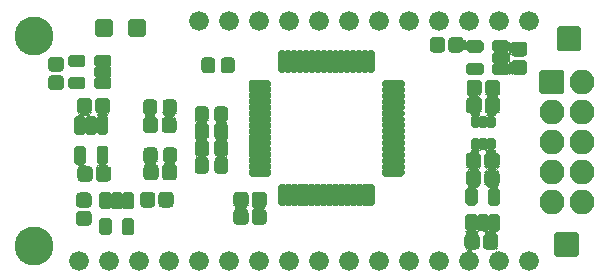
<source format=gts>
G04 #@! TF.GenerationSoftware,KiCad,Pcbnew,(5.1.9)-1*
G04 #@! TF.CreationDate,2021-06-16T16:38:28+02:00*
G04 #@! TF.ProjectId,ADS1299Wing,41445331-3239-4395-9769-6e672e6b6963,rev?*
G04 #@! TF.SameCoordinates,Original*
G04 #@! TF.FileFunction,Soldermask,Top*
G04 #@! TF.FilePolarity,Negative*
%FSLAX46Y46*%
G04 Gerber Fmt 4.6, Leading zero omitted, Abs format (unit mm)*
G04 Created by KiCad (PCBNEW (5.1.9)-1) date 2021-06-16 16:38:28*
%MOMM*%
%LPD*%
G01*
G04 APERTURE LIST*
%ADD10O,2.100000X2.100000*%
%ADD11C,3.301600*%
%ADD12C,1.676400*%
%ADD13C,0.100000*%
G04 APERTURE END LIST*
G36*
G01*
X163764500Y-108477800D02*
X163764500Y-107777800D01*
G75*
G02*
X164089500Y-107452800I325000J0D01*
G01*
X164739500Y-107452800D01*
G75*
G02*
X165064500Y-107777800I0J-325000D01*
G01*
X165064500Y-108477800D01*
G75*
G02*
X164739500Y-108802800I-325000J0D01*
G01*
X164089500Y-108802800D01*
G75*
G02*
X163764500Y-108477800I0J325000D01*
G01*
G37*
G36*
G01*
X162214500Y-108477800D02*
X162214500Y-107777800D01*
G75*
G02*
X162539500Y-107452800I325000J0D01*
G01*
X163189500Y-107452800D01*
G75*
G02*
X163514500Y-107777800I0J-325000D01*
G01*
X163514500Y-108477800D01*
G75*
G02*
X163189500Y-108802800I-325000J0D01*
G01*
X162539500Y-108802800D01*
G75*
G02*
X162214500Y-108477800I0J325000D01*
G01*
G37*
G36*
G01*
X169892000Y-97166800D02*
X169892000Y-95466800D01*
G75*
G02*
X170092000Y-95266800I200000J0D01*
G01*
X171792000Y-95266800D01*
G75*
G02*
X171992000Y-95466800I0J-200000D01*
G01*
X171992000Y-97166800D01*
G75*
G02*
X171792000Y-97366800I-200000J0D01*
G01*
X170092000Y-97366800D01*
G75*
G02*
X169892000Y-97166800I0J200000D01*
G01*
G37*
G36*
G01*
X169688800Y-114591200D02*
X169688800Y-112891200D01*
G75*
G02*
X169888800Y-112691200I200000J0D01*
G01*
X171588800Y-112691200D01*
G75*
G02*
X171788800Y-112891200I0J-200000D01*
G01*
X171788800Y-114591200D01*
G75*
G02*
X171588800Y-114791200I-200000J0D01*
G01*
X169888800Y-114791200D01*
G75*
G02*
X169688800Y-114591200I0J200000D01*
G01*
G37*
G36*
G01*
X154518800Y-108786000D02*
X154518800Y-110286000D01*
G75*
G02*
X154318800Y-110486000I-200000J0D01*
G01*
X154018800Y-110486000D01*
G75*
G02*
X153818800Y-110286000I0J200000D01*
G01*
X153818800Y-108786000D01*
G75*
G02*
X154018800Y-108586000I200000J0D01*
G01*
X154318800Y-108586000D01*
G75*
G02*
X154518800Y-108786000I0J-200000D01*
G01*
G37*
G36*
G01*
X154018800Y-108786000D02*
X154018800Y-110286000D01*
G75*
G02*
X153818800Y-110486000I-200000J0D01*
G01*
X153518800Y-110486000D01*
G75*
G02*
X153318800Y-110286000I0J200000D01*
G01*
X153318800Y-108786000D01*
G75*
G02*
X153518800Y-108586000I200000J0D01*
G01*
X153818800Y-108586000D01*
G75*
G02*
X154018800Y-108786000I0J-200000D01*
G01*
G37*
G36*
G01*
X153518800Y-108786000D02*
X153518800Y-110286000D01*
G75*
G02*
X153318800Y-110486000I-200000J0D01*
G01*
X153018800Y-110486000D01*
G75*
G02*
X152818800Y-110286000I0J200000D01*
G01*
X152818800Y-108786000D01*
G75*
G02*
X153018800Y-108586000I200000J0D01*
G01*
X153318800Y-108586000D01*
G75*
G02*
X153518800Y-108786000I0J-200000D01*
G01*
G37*
G36*
G01*
X153018800Y-108786000D02*
X153018800Y-110286000D01*
G75*
G02*
X152818800Y-110486000I-200000J0D01*
G01*
X152518800Y-110486000D01*
G75*
G02*
X152318800Y-110286000I0J200000D01*
G01*
X152318800Y-108786000D01*
G75*
G02*
X152518800Y-108586000I200000J0D01*
G01*
X152818800Y-108586000D01*
G75*
G02*
X153018800Y-108786000I0J-200000D01*
G01*
G37*
G36*
G01*
X152518800Y-108786000D02*
X152518800Y-110286000D01*
G75*
G02*
X152318800Y-110486000I-200000J0D01*
G01*
X152018800Y-110486000D01*
G75*
G02*
X151818800Y-110286000I0J200000D01*
G01*
X151818800Y-108786000D01*
G75*
G02*
X152018800Y-108586000I200000J0D01*
G01*
X152318800Y-108586000D01*
G75*
G02*
X152518800Y-108786000I0J-200000D01*
G01*
G37*
G36*
G01*
X152018800Y-108786000D02*
X152018800Y-110286000D01*
G75*
G02*
X151818800Y-110486000I-200000J0D01*
G01*
X151518800Y-110486000D01*
G75*
G02*
X151318800Y-110286000I0J200000D01*
G01*
X151318800Y-108786000D01*
G75*
G02*
X151518800Y-108586000I200000J0D01*
G01*
X151818800Y-108586000D01*
G75*
G02*
X152018800Y-108786000I0J-200000D01*
G01*
G37*
G36*
G01*
X151518800Y-108786000D02*
X151518800Y-110286000D01*
G75*
G02*
X151318800Y-110486000I-200000J0D01*
G01*
X151018800Y-110486000D01*
G75*
G02*
X150818800Y-110286000I0J200000D01*
G01*
X150818800Y-108786000D01*
G75*
G02*
X151018800Y-108586000I200000J0D01*
G01*
X151318800Y-108586000D01*
G75*
G02*
X151518800Y-108786000I0J-200000D01*
G01*
G37*
G36*
G01*
X151018800Y-108786000D02*
X151018800Y-110286000D01*
G75*
G02*
X150818800Y-110486000I-200000J0D01*
G01*
X150518800Y-110486000D01*
G75*
G02*
X150318800Y-110286000I0J200000D01*
G01*
X150318800Y-108786000D01*
G75*
G02*
X150518800Y-108586000I200000J0D01*
G01*
X150818800Y-108586000D01*
G75*
G02*
X151018800Y-108786000I0J-200000D01*
G01*
G37*
G36*
G01*
X150518800Y-108786000D02*
X150518800Y-110286000D01*
G75*
G02*
X150318800Y-110486000I-200000J0D01*
G01*
X150018800Y-110486000D01*
G75*
G02*
X149818800Y-110286000I0J200000D01*
G01*
X149818800Y-108786000D01*
G75*
G02*
X150018800Y-108586000I200000J0D01*
G01*
X150318800Y-108586000D01*
G75*
G02*
X150518800Y-108786000I0J-200000D01*
G01*
G37*
G36*
G01*
X150018800Y-108786000D02*
X150018800Y-110286000D01*
G75*
G02*
X149818800Y-110486000I-200000J0D01*
G01*
X149518800Y-110486000D01*
G75*
G02*
X149318800Y-110286000I0J200000D01*
G01*
X149318800Y-108786000D01*
G75*
G02*
X149518800Y-108586000I200000J0D01*
G01*
X149818800Y-108586000D01*
G75*
G02*
X150018800Y-108786000I0J-200000D01*
G01*
G37*
G36*
G01*
X149518800Y-108786000D02*
X149518800Y-110286000D01*
G75*
G02*
X149318800Y-110486000I-200000J0D01*
G01*
X149018800Y-110486000D01*
G75*
G02*
X148818800Y-110286000I0J200000D01*
G01*
X148818800Y-108786000D01*
G75*
G02*
X149018800Y-108586000I200000J0D01*
G01*
X149318800Y-108586000D01*
G75*
G02*
X149518800Y-108786000I0J-200000D01*
G01*
G37*
G36*
G01*
X149018800Y-108786000D02*
X149018800Y-110286000D01*
G75*
G02*
X148818800Y-110486000I-200000J0D01*
G01*
X148518800Y-110486000D01*
G75*
G02*
X148318800Y-110286000I0J200000D01*
G01*
X148318800Y-108786000D01*
G75*
G02*
X148518800Y-108586000I200000J0D01*
G01*
X148818800Y-108586000D01*
G75*
G02*
X149018800Y-108786000I0J-200000D01*
G01*
G37*
G36*
G01*
X148518800Y-108786000D02*
X148518800Y-110286000D01*
G75*
G02*
X148318800Y-110486000I-200000J0D01*
G01*
X148018800Y-110486000D01*
G75*
G02*
X147818800Y-110286000I0J200000D01*
G01*
X147818800Y-108786000D01*
G75*
G02*
X148018800Y-108586000I200000J0D01*
G01*
X148318800Y-108586000D01*
G75*
G02*
X148518800Y-108786000I0J-200000D01*
G01*
G37*
G36*
G01*
X148018800Y-108786000D02*
X148018800Y-110286000D01*
G75*
G02*
X147818800Y-110486000I-200000J0D01*
G01*
X147518800Y-110486000D01*
G75*
G02*
X147318800Y-110286000I0J200000D01*
G01*
X147318800Y-108786000D01*
G75*
G02*
X147518800Y-108586000I200000J0D01*
G01*
X147818800Y-108586000D01*
G75*
G02*
X148018800Y-108786000I0J-200000D01*
G01*
G37*
G36*
G01*
X147518800Y-108786000D02*
X147518800Y-110286000D01*
G75*
G02*
X147318800Y-110486000I-200000J0D01*
G01*
X147018800Y-110486000D01*
G75*
G02*
X146818800Y-110286000I0J200000D01*
G01*
X146818800Y-108786000D01*
G75*
G02*
X147018800Y-108586000I200000J0D01*
G01*
X147318800Y-108586000D01*
G75*
G02*
X147518800Y-108786000I0J-200000D01*
G01*
G37*
G36*
G01*
X147018800Y-108786000D02*
X147018800Y-110286000D01*
G75*
G02*
X146818800Y-110486000I-200000J0D01*
G01*
X146518800Y-110486000D01*
G75*
G02*
X146318800Y-110286000I0J200000D01*
G01*
X146318800Y-108786000D01*
G75*
G02*
X146518800Y-108586000I200000J0D01*
G01*
X146818800Y-108586000D01*
G75*
G02*
X147018800Y-108786000I0J-200000D01*
G01*
G37*
G36*
G01*
X145718800Y-107486000D02*
X145718800Y-107786000D01*
G75*
G02*
X145518800Y-107986000I-200000J0D01*
G01*
X144018800Y-107986000D01*
G75*
G02*
X143818800Y-107786000I0J200000D01*
G01*
X143818800Y-107486000D01*
G75*
G02*
X144018800Y-107286000I200000J0D01*
G01*
X145518800Y-107286000D01*
G75*
G02*
X145718800Y-107486000I0J-200000D01*
G01*
G37*
G36*
G01*
X145718800Y-106986000D02*
X145718800Y-107286000D01*
G75*
G02*
X145518800Y-107486000I-200000J0D01*
G01*
X144018800Y-107486000D01*
G75*
G02*
X143818800Y-107286000I0J200000D01*
G01*
X143818800Y-106986000D01*
G75*
G02*
X144018800Y-106786000I200000J0D01*
G01*
X145518800Y-106786000D01*
G75*
G02*
X145718800Y-106986000I0J-200000D01*
G01*
G37*
G36*
G01*
X145718800Y-106486000D02*
X145718800Y-106786000D01*
G75*
G02*
X145518800Y-106986000I-200000J0D01*
G01*
X144018800Y-106986000D01*
G75*
G02*
X143818800Y-106786000I0J200000D01*
G01*
X143818800Y-106486000D01*
G75*
G02*
X144018800Y-106286000I200000J0D01*
G01*
X145518800Y-106286000D01*
G75*
G02*
X145718800Y-106486000I0J-200000D01*
G01*
G37*
G36*
G01*
X145718800Y-105986000D02*
X145718800Y-106286000D01*
G75*
G02*
X145518800Y-106486000I-200000J0D01*
G01*
X144018800Y-106486000D01*
G75*
G02*
X143818800Y-106286000I0J200000D01*
G01*
X143818800Y-105986000D01*
G75*
G02*
X144018800Y-105786000I200000J0D01*
G01*
X145518800Y-105786000D01*
G75*
G02*
X145718800Y-105986000I0J-200000D01*
G01*
G37*
G36*
G01*
X145718800Y-105486000D02*
X145718800Y-105786000D01*
G75*
G02*
X145518800Y-105986000I-200000J0D01*
G01*
X144018800Y-105986000D01*
G75*
G02*
X143818800Y-105786000I0J200000D01*
G01*
X143818800Y-105486000D01*
G75*
G02*
X144018800Y-105286000I200000J0D01*
G01*
X145518800Y-105286000D01*
G75*
G02*
X145718800Y-105486000I0J-200000D01*
G01*
G37*
G36*
G01*
X145718800Y-104986000D02*
X145718800Y-105286000D01*
G75*
G02*
X145518800Y-105486000I-200000J0D01*
G01*
X144018800Y-105486000D01*
G75*
G02*
X143818800Y-105286000I0J200000D01*
G01*
X143818800Y-104986000D01*
G75*
G02*
X144018800Y-104786000I200000J0D01*
G01*
X145518800Y-104786000D01*
G75*
G02*
X145718800Y-104986000I0J-200000D01*
G01*
G37*
G36*
G01*
X145718800Y-104486000D02*
X145718800Y-104786000D01*
G75*
G02*
X145518800Y-104986000I-200000J0D01*
G01*
X144018800Y-104986000D01*
G75*
G02*
X143818800Y-104786000I0J200000D01*
G01*
X143818800Y-104486000D01*
G75*
G02*
X144018800Y-104286000I200000J0D01*
G01*
X145518800Y-104286000D01*
G75*
G02*
X145718800Y-104486000I0J-200000D01*
G01*
G37*
G36*
G01*
X145718800Y-103986000D02*
X145718800Y-104286000D01*
G75*
G02*
X145518800Y-104486000I-200000J0D01*
G01*
X144018800Y-104486000D01*
G75*
G02*
X143818800Y-104286000I0J200000D01*
G01*
X143818800Y-103986000D01*
G75*
G02*
X144018800Y-103786000I200000J0D01*
G01*
X145518800Y-103786000D01*
G75*
G02*
X145718800Y-103986000I0J-200000D01*
G01*
G37*
G36*
G01*
X145718800Y-103486000D02*
X145718800Y-103786000D01*
G75*
G02*
X145518800Y-103986000I-200000J0D01*
G01*
X144018800Y-103986000D01*
G75*
G02*
X143818800Y-103786000I0J200000D01*
G01*
X143818800Y-103486000D01*
G75*
G02*
X144018800Y-103286000I200000J0D01*
G01*
X145518800Y-103286000D01*
G75*
G02*
X145718800Y-103486000I0J-200000D01*
G01*
G37*
G36*
G01*
X145718800Y-102986000D02*
X145718800Y-103286000D01*
G75*
G02*
X145518800Y-103486000I-200000J0D01*
G01*
X144018800Y-103486000D01*
G75*
G02*
X143818800Y-103286000I0J200000D01*
G01*
X143818800Y-102986000D01*
G75*
G02*
X144018800Y-102786000I200000J0D01*
G01*
X145518800Y-102786000D01*
G75*
G02*
X145718800Y-102986000I0J-200000D01*
G01*
G37*
G36*
G01*
X145718800Y-102486000D02*
X145718800Y-102786000D01*
G75*
G02*
X145518800Y-102986000I-200000J0D01*
G01*
X144018800Y-102986000D01*
G75*
G02*
X143818800Y-102786000I0J200000D01*
G01*
X143818800Y-102486000D01*
G75*
G02*
X144018800Y-102286000I200000J0D01*
G01*
X145518800Y-102286000D01*
G75*
G02*
X145718800Y-102486000I0J-200000D01*
G01*
G37*
G36*
G01*
X145718800Y-101986000D02*
X145718800Y-102286000D01*
G75*
G02*
X145518800Y-102486000I-200000J0D01*
G01*
X144018800Y-102486000D01*
G75*
G02*
X143818800Y-102286000I0J200000D01*
G01*
X143818800Y-101986000D01*
G75*
G02*
X144018800Y-101786000I200000J0D01*
G01*
X145518800Y-101786000D01*
G75*
G02*
X145718800Y-101986000I0J-200000D01*
G01*
G37*
G36*
G01*
X145718800Y-101486000D02*
X145718800Y-101786000D01*
G75*
G02*
X145518800Y-101986000I-200000J0D01*
G01*
X144018800Y-101986000D01*
G75*
G02*
X143818800Y-101786000I0J200000D01*
G01*
X143818800Y-101486000D01*
G75*
G02*
X144018800Y-101286000I200000J0D01*
G01*
X145518800Y-101286000D01*
G75*
G02*
X145718800Y-101486000I0J-200000D01*
G01*
G37*
G36*
G01*
X145718800Y-100986000D02*
X145718800Y-101286000D01*
G75*
G02*
X145518800Y-101486000I-200000J0D01*
G01*
X144018800Y-101486000D01*
G75*
G02*
X143818800Y-101286000I0J200000D01*
G01*
X143818800Y-100986000D01*
G75*
G02*
X144018800Y-100786000I200000J0D01*
G01*
X145518800Y-100786000D01*
G75*
G02*
X145718800Y-100986000I0J-200000D01*
G01*
G37*
G36*
G01*
X145718800Y-100486000D02*
X145718800Y-100786000D01*
G75*
G02*
X145518800Y-100986000I-200000J0D01*
G01*
X144018800Y-100986000D01*
G75*
G02*
X143818800Y-100786000I0J200000D01*
G01*
X143818800Y-100486000D01*
G75*
G02*
X144018800Y-100286000I200000J0D01*
G01*
X145518800Y-100286000D01*
G75*
G02*
X145718800Y-100486000I0J-200000D01*
G01*
G37*
G36*
G01*
X145718800Y-99986000D02*
X145718800Y-100286000D01*
G75*
G02*
X145518800Y-100486000I-200000J0D01*
G01*
X144018800Y-100486000D01*
G75*
G02*
X143818800Y-100286000I0J200000D01*
G01*
X143818800Y-99986000D01*
G75*
G02*
X144018800Y-99786000I200000J0D01*
G01*
X145518800Y-99786000D01*
G75*
G02*
X145718800Y-99986000I0J-200000D01*
G01*
G37*
G36*
G01*
X147018800Y-97486000D02*
X147018800Y-98986000D01*
G75*
G02*
X146818800Y-99186000I-200000J0D01*
G01*
X146518800Y-99186000D01*
G75*
G02*
X146318800Y-98986000I0J200000D01*
G01*
X146318800Y-97486000D01*
G75*
G02*
X146518800Y-97286000I200000J0D01*
G01*
X146818800Y-97286000D01*
G75*
G02*
X147018800Y-97486000I0J-200000D01*
G01*
G37*
G36*
G01*
X147518800Y-97486000D02*
X147518800Y-98986000D01*
G75*
G02*
X147318800Y-99186000I-200000J0D01*
G01*
X147018800Y-99186000D01*
G75*
G02*
X146818800Y-98986000I0J200000D01*
G01*
X146818800Y-97486000D01*
G75*
G02*
X147018800Y-97286000I200000J0D01*
G01*
X147318800Y-97286000D01*
G75*
G02*
X147518800Y-97486000I0J-200000D01*
G01*
G37*
G36*
G01*
X148018800Y-97486000D02*
X148018800Y-98986000D01*
G75*
G02*
X147818800Y-99186000I-200000J0D01*
G01*
X147518800Y-99186000D01*
G75*
G02*
X147318800Y-98986000I0J200000D01*
G01*
X147318800Y-97486000D01*
G75*
G02*
X147518800Y-97286000I200000J0D01*
G01*
X147818800Y-97286000D01*
G75*
G02*
X148018800Y-97486000I0J-200000D01*
G01*
G37*
G36*
G01*
X148518800Y-97486000D02*
X148518800Y-98986000D01*
G75*
G02*
X148318800Y-99186000I-200000J0D01*
G01*
X148018800Y-99186000D01*
G75*
G02*
X147818800Y-98986000I0J200000D01*
G01*
X147818800Y-97486000D01*
G75*
G02*
X148018800Y-97286000I200000J0D01*
G01*
X148318800Y-97286000D01*
G75*
G02*
X148518800Y-97486000I0J-200000D01*
G01*
G37*
G36*
G01*
X149018800Y-97486000D02*
X149018800Y-98986000D01*
G75*
G02*
X148818800Y-99186000I-200000J0D01*
G01*
X148518800Y-99186000D01*
G75*
G02*
X148318800Y-98986000I0J200000D01*
G01*
X148318800Y-97486000D01*
G75*
G02*
X148518800Y-97286000I200000J0D01*
G01*
X148818800Y-97286000D01*
G75*
G02*
X149018800Y-97486000I0J-200000D01*
G01*
G37*
G36*
G01*
X149518800Y-97486000D02*
X149518800Y-98986000D01*
G75*
G02*
X149318800Y-99186000I-200000J0D01*
G01*
X149018800Y-99186000D01*
G75*
G02*
X148818800Y-98986000I0J200000D01*
G01*
X148818800Y-97486000D01*
G75*
G02*
X149018800Y-97286000I200000J0D01*
G01*
X149318800Y-97286000D01*
G75*
G02*
X149518800Y-97486000I0J-200000D01*
G01*
G37*
G36*
G01*
X150018800Y-97486000D02*
X150018800Y-98986000D01*
G75*
G02*
X149818800Y-99186000I-200000J0D01*
G01*
X149518800Y-99186000D01*
G75*
G02*
X149318800Y-98986000I0J200000D01*
G01*
X149318800Y-97486000D01*
G75*
G02*
X149518800Y-97286000I200000J0D01*
G01*
X149818800Y-97286000D01*
G75*
G02*
X150018800Y-97486000I0J-200000D01*
G01*
G37*
G36*
G01*
X150518800Y-97486000D02*
X150518800Y-98986000D01*
G75*
G02*
X150318800Y-99186000I-200000J0D01*
G01*
X150018800Y-99186000D01*
G75*
G02*
X149818800Y-98986000I0J200000D01*
G01*
X149818800Y-97486000D01*
G75*
G02*
X150018800Y-97286000I200000J0D01*
G01*
X150318800Y-97286000D01*
G75*
G02*
X150518800Y-97486000I0J-200000D01*
G01*
G37*
G36*
G01*
X151018800Y-97486000D02*
X151018800Y-98986000D01*
G75*
G02*
X150818800Y-99186000I-200000J0D01*
G01*
X150518800Y-99186000D01*
G75*
G02*
X150318800Y-98986000I0J200000D01*
G01*
X150318800Y-97486000D01*
G75*
G02*
X150518800Y-97286000I200000J0D01*
G01*
X150818800Y-97286000D01*
G75*
G02*
X151018800Y-97486000I0J-200000D01*
G01*
G37*
G36*
G01*
X151518800Y-97486000D02*
X151518800Y-98986000D01*
G75*
G02*
X151318800Y-99186000I-200000J0D01*
G01*
X151018800Y-99186000D01*
G75*
G02*
X150818800Y-98986000I0J200000D01*
G01*
X150818800Y-97486000D01*
G75*
G02*
X151018800Y-97286000I200000J0D01*
G01*
X151318800Y-97286000D01*
G75*
G02*
X151518800Y-97486000I0J-200000D01*
G01*
G37*
G36*
G01*
X152018800Y-97486000D02*
X152018800Y-98986000D01*
G75*
G02*
X151818800Y-99186000I-200000J0D01*
G01*
X151518800Y-99186000D01*
G75*
G02*
X151318800Y-98986000I0J200000D01*
G01*
X151318800Y-97486000D01*
G75*
G02*
X151518800Y-97286000I200000J0D01*
G01*
X151818800Y-97286000D01*
G75*
G02*
X152018800Y-97486000I0J-200000D01*
G01*
G37*
G36*
G01*
X152518800Y-97486000D02*
X152518800Y-98986000D01*
G75*
G02*
X152318800Y-99186000I-200000J0D01*
G01*
X152018800Y-99186000D01*
G75*
G02*
X151818800Y-98986000I0J200000D01*
G01*
X151818800Y-97486000D01*
G75*
G02*
X152018800Y-97286000I200000J0D01*
G01*
X152318800Y-97286000D01*
G75*
G02*
X152518800Y-97486000I0J-200000D01*
G01*
G37*
G36*
G01*
X153018800Y-97486000D02*
X153018800Y-98986000D01*
G75*
G02*
X152818800Y-99186000I-200000J0D01*
G01*
X152518800Y-99186000D01*
G75*
G02*
X152318800Y-98986000I0J200000D01*
G01*
X152318800Y-97486000D01*
G75*
G02*
X152518800Y-97286000I200000J0D01*
G01*
X152818800Y-97286000D01*
G75*
G02*
X153018800Y-97486000I0J-200000D01*
G01*
G37*
G36*
G01*
X153518800Y-97486000D02*
X153518800Y-98986000D01*
G75*
G02*
X153318800Y-99186000I-200000J0D01*
G01*
X153018800Y-99186000D01*
G75*
G02*
X152818800Y-98986000I0J200000D01*
G01*
X152818800Y-97486000D01*
G75*
G02*
X153018800Y-97286000I200000J0D01*
G01*
X153318800Y-97286000D01*
G75*
G02*
X153518800Y-97486000I0J-200000D01*
G01*
G37*
G36*
G01*
X154018800Y-97486000D02*
X154018800Y-98986000D01*
G75*
G02*
X153818800Y-99186000I-200000J0D01*
G01*
X153518800Y-99186000D01*
G75*
G02*
X153318800Y-98986000I0J200000D01*
G01*
X153318800Y-97486000D01*
G75*
G02*
X153518800Y-97286000I200000J0D01*
G01*
X153818800Y-97286000D01*
G75*
G02*
X154018800Y-97486000I0J-200000D01*
G01*
G37*
G36*
G01*
X154518800Y-97486000D02*
X154518800Y-98986000D01*
G75*
G02*
X154318800Y-99186000I-200000J0D01*
G01*
X154018800Y-99186000D01*
G75*
G02*
X153818800Y-98986000I0J200000D01*
G01*
X153818800Y-97486000D01*
G75*
G02*
X154018800Y-97286000I200000J0D01*
G01*
X154318800Y-97286000D01*
G75*
G02*
X154518800Y-97486000I0J-200000D01*
G01*
G37*
G36*
G01*
X157018800Y-99986000D02*
X157018800Y-100286000D01*
G75*
G02*
X156818800Y-100486000I-200000J0D01*
G01*
X155318800Y-100486000D01*
G75*
G02*
X155118800Y-100286000I0J200000D01*
G01*
X155118800Y-99986000D01*
G75*
G02*
X155318800Y-99786000I200000J0D01*
G01*
X156818800Y-99786000D01*
G75*
G02*
X157018800Y-99986000I0J-200000D01*
G01*
G37*
G36*
G01*
X157018800Y-100486000D02*
X157018800Y-100786000D01*
G75*
G02*
X156818800Y-100986000I-200000J0D01*
G01*
X155318800Y-100986000D01*
G75*
G02*
X155118800Y-100786000I0J200000D01*
G01*
X155118800Y-100486000D01*
G75*
G02*
X155318800Y-100286000I200000J0D01*
G01*
X156818800Y-100286000D01*
G75*
G02*
X157018800Y-100486000I0J-200000D01*
G01*
G37*
G36*
G01*
X157018800Y-100986000D02*
X157018800Y-101286000D01*
G75*
G02*
X156818800Y-101486000I-200000J0D01*
G01*
X155318800Y-101486000D01*
G75*
G02*
X155118800Y-101286000I0J200000D01*
G01*
X155118800Y-100986000D01*
G75*
G02*
X155318800Y-100786000I200000J0D01*
G01*
X156818800Y-100786000D01*
G75*
G02*
X157018800Y-100986000I0J-200000D01*
G01*
G37*
G36*
G01*
X157018800Y-101486000D02*
X157018800Y-101786000D01*
G75*
G02*
X156818800Y-101986000I-200000J0D01*
G01*
X155318800Y-101986000D01*
G75*
G02*
X155118800Y-101786000I0J200000D01*
G01*
X155118800Y-101486000D01*
G75*
G02*
X155318800Y-101286000I200000J0D01*
G01*
X156818800Y-101286000D01*
G75*
G02*
X157018800Y-101486000I0J-200000D01*
G01*
G37*
G36*
G01*
X157018800Y-101986000D02*
X157018800Y-102286000D01*
G75*
G02*
X156818800Y-102486000I-200000J0D01*
G01*
X155318800Y-102486000D01*
G75*
G02*
X155118800Y-102286000I0J200000D01*
G01*
X155118800Y-101986000D01*
G75*
G02*
X155318800Y-101786000I200000J0D01*
G01*
X156818800Y-101786000D01*
G75*
G02*
X157018800Y-101986000I0J-200000D01*
G01*
G37*
G36*
G01*
X157018800Y-102486000D02*
X157018800Y-102786000D01*
G75*
G02*
X156818800Y-102986000I-200000J0D01*
G01*
X155318800Y-102986000D01*
G75*
G02*
X155118800Y-102786000I0J200000D01*
G01*
X155118800Y-102486000D01*
G75*
G02*
X155318800Y-102286000I200000J0D01*
G01*
X156818800Y-102286000D01*
G75*
G02*
X157018800Y-102486000I0J-200000D01*
G01*
G37*
G36*
G01*
X157018800Y-102986000D02*
X157018800Y-103286000D01*
G75*
G02*
X156818800Y-103486000I-200000J0D01*
G01*
X155318800Y-103486000D01*
G75*
G02*
X155118800Y-103286000I0J200000D01*
G01*
X155118800Y-102986000D01*
G75*
G02*
X155318800Y-102786000I200000J0D01*
G01*
X156818800Y-102786000D01*
G75*
G02*
X157018800Y-102986000I0J-200000D01*
G01*
G37*
G36*
G01*
X157018800Y-103486000D02*
X157018800Y-103786000D01*
G75*
G02*
X156818800Y-103986000I-200000J0D01*
G01*
X155318800Y-103986000D01*
G75*
G02*
X155118800Y-103786000I0J200000D01*
G01*
X155118800Y-103486000D01*
G75*
G02*
X155318800Y-103286000I200000J0D01*
G01*
X156818800Y-103286000D01*
G75*
G02*
X157018800Y-103486000I0J-200000D01*
G01*
G37*
G36*
G01*
X157018800Y-103986000D02*
X157018800Y-104286000D01*
G75*
G02*
X156818800Y-104486000I-200000J0D01*
G01*
X155318800Y-104486000D01*
G75*
G02*
X155118800Y-104286000I0J200000D01*
G01*
X155118800Y-103986000D01*
G75*
G02*
X155318800Y-103786000I200000J0D01*
G01*
X156818800Y-103786000D01*
G75*
G02*
X157018800Y-103986000I0J-200000D01*
G01*
G37*
G36*
G01*
X157018800Y-104486000D02*
X157018800Y-104786000D01*
G75*
G02*
X156818800Y-104986000I-200000J0D01*
G01*
X155318800Y-104986000D01*
G75*
G02*
X155118800Y-104786000I0J200000D01*
G01*
X155118800Y-104486000D01*
G75*
G02*
X155318800Y-104286000I200000J0D01*
G01*
X156818800Y-104286000D01*
G75*
G02*
X157018800Y-104486000I0J-200000D01*
G01*
G37*
G36*
G01*
X157018800Y-104986000D02*
X157018800Y-105286000D01*
G75*
G02*
X156818800Y-105486000I-200000J0D01*
G01*
X155318800Y-105486000D01*
G75*
G02*
X155118800Y-105286000I0J200000D01*
G01*
X155118800Y-104986000D01*
G75*
G02*
X155318800Y-104786000I200000J0D01*
G01*
X156818800Y-104786000D01*
G75*
G02*
X157018800Y-104986000I0J-200000D01*
G01*
G37*
G36*
G01*
X157018800Y-105486000D02*
X157018800Y-105786000D01*
G75*
G02*
X156818800Y-105986000I-200000J0D01*
G01*
X155318800Y-105986000D01*
G75*
G02*
X155118800Y-105786000I0J200000D01*
G01*
X155118800Y-105486000D01*
G75*
G02*
X155318800Y-105286000I200000J0D01*
G01*
X156818800Y-105286000D01*
G75*
G02*
X157018800Y-105486000I0J-200000D01*
G01*
G37*
G36*
G01*
X157018800Y-105986000D02*
X157018800Y-106286000D01*
G75*
G02*
X156818800Y-106486000I-200000J0D01*
G01*
X155318800Y-106486000D01*
G75*
G02*
X155118800Y-106286000I0J200000D01*
G01*
X155118800Y-105986000D01*
G75*
G02*
X155318800Y-105786000I200000J0D01*
G01*
X156818800Y-105786000D01*
G75*
G02*
X157018800Y-105986000I0J-200000D01*
G01*
G37*
G36*
G01*
X157018800Y-106486000D02*
X157018800Y-106786000D01*
G75*
G02*
X156818800Y-106986000I-200000J0D01*
G01*
X155318800Y-106986000D01*
G75*
G02*
X155118800Y-106786000I0J200000D01*
G01*
X155118800Y-106486000D01*
G75*
G02*
X155318800Y-106286000I200000J0D01*
G01*
X156818800Y-106286000D01*
G75*
G02*
X157018800Y-106486000I0J-200000D01*
G01*
G37*
G36*
G01*
X157018800Y-106986000D02*
X157018800Y-107286000D01*
G75*
G02*
X156818800Y-107486000I-200000J0D01*
G01*
X155318800Y-107486000D01*
G75*
G02*
X155118800Y-107286000I0J200000D01*
G01*
X155118800Y-106986000D01*
G75*
G02*
X155318800Y-106786000I200000J0D01*
G01*
X156818800Y-106786000D01*
G75*
G02*
X157018800Y-106986000I0J-200000D01*
G01*
G37*
G36*
G01*
X157018800Y-107486000D02*
X157018800Y-107786000D01*
G75*
G02*
X156818800Y-107986000I-200000J0D01*
G01*
X155318800Y-107986000D01*
G75*
G02*
X155118800Y-107786000I0J200000D01*
G01*
X155118800Y-107486000D01*
G75*
G02*
X155318800Y-107286000I200000J0D01*
G01*
X156818800Y-107286000D01*
G75*
G02*
X157018800Y-107486000I0J-200000D01*
G01*
G37*
G36*
G01*
X140999000Y-98177000D02*
X140999000Y-98927000D01*
G75*
G02*
X140699000Y-99227000I-300000J0D01*
G01*
X140099000Y-99227000D01*
G75*
G02*
X139799000Y-98927000I0J300000D01*
G01*
X139799000Y-98177000D01*
G75*
G02*
X140099000Y-97877000I300000J0D01*
G01*
X140699000Y-97877000D01*
G75*
G02*
X140999000Y-98177000I0J-300000D01*
G01*
G37*
G36*
G01*
X142649000Y-98177000D02*
X142649000Y-98927000D01*
G75*
G02*
X142349000Y-99227000I-300000J0D01*
G01*
X141749000Y-99227000D01*
G75*
G02*
X141449000Y-98927000I0J300000D01*
G01*
X141449000Y-98177000D01*
G75*
G02*
X141749000Y-97877000I300000J0D01*
G01*
X142349000Y-97877000D01*
G75*
G02*
X142649000Y-98177000I0J-300000D01*
G01*
G37*
D10*
X172021500Y-110123600D03*
X169481500Y-110123600D03*
X172021500Y-107583600D03*
X169481500Y-107583600D03*
X172021500Y-105043600D03*
X169481500Y-105043600D03*
X172021500Y-102503600D03*
X169481500Y-102503600D03*
X172021500Y-99963600D03*
G36*
G01*
X168431500Y-100813600D02*
X168431500Y-99113600D01*
G75*
G02*
X168631500Y-98913600I200000J0D01*
G01*
X170331500Y-98913600D01*
G75*
G02*
X170531500Y-99113600I0J-200000D01*
G01*
X170531500Y-100813600D01*
G75*
G02*
X170331500Y-101013600I-200000J0D01*
G01*
X168631500Y-101013600D01*
G75*
G02*
X168431500Y-100813600I0J200000D01*
G01*
G37*
G36*
G01*
X130558000Y-101631000D02*
X130558000Y-102331000D01*
G75*
G02*
X130233000Y-102656000I-325000J0D01*
G01*
X129583000Y-102656000D01*
G75*
G02*
X129258000Y-102331000I0J325000D01*
G01*
X129258000Y-101631000D01*
G75*
G02*
X129583000Y-101306000I325000J0D01*
G01*
X130233000Y-101306000D01*
G75*
G02*
X130558000Y-101631000I0J-325000D01*
G01*
G37*
G36*
G01*
X132108000Y-101631000D02*
X132108000Y-102331000D01*
G75*
G02*
X131783000Y-102656000I-325000J0D01*
G01*
X131133000Y-102656000D01*
G75*
G02*
X130808000Y-102331000I0J325000D01*
G01*
X130808000Y-101631000D01*
G75*
G02*
X131133000Y-101306000I325000J0D01*
G01*
X131783000Y-101306000D01*
G75*
G02*
X132108000Y-101631000I0J-325000D01*
G01*
G37*
G36*
G01*
X132171500Y-107409500D02*
X132171500Y-108109500D01*
G75*
G02*
X131846500Y-108434500I-325000J0D01*
G01*
X131196500Y-108434500D01*
G75*
G02*
X130871500Y-108109500I0J325000D01*
G01*
X130871500Y-107409500D01*
G75*
G02*
X131196500Y-107084500I325000J0D01*
G01*
X131846500Y-107084500D01*
G75*
G02*
X132171500Y-107409500I0J-325000D01*
G01*
G37*
G36*
G01*
X130621500Y-107409500D02*
X130621500Y-108109500D01*
G75*
G02*
X130296500Y-108434500I-325000J0D01*
G01*
X129646500Y-108434500D01*
G75*
G02*
X129321500Y-108109500I0J325000D01*
G01*
X129321500Y-107409500D01*
G75*
G02*
X129646500Y-107084500I325000J0D01*
G01*
X130296500Y-107084500D01*
G75*
G02*
X130621500Y-107409500I0J-325000D01*
G01*
G37*
G36*
G01*
X130207500Y-110619000D02*
X129507500Y-110619000D01*
G75*
G02*
X129182500Y-110294000I0J325000D01*
G01*
X129182500Y-109644000D01*
G75*
G02*
X129507500Y-109319000I325000J0D01*
G01*
X130207500Y-109319000D01*
G75*
G02*
X130532500Y-109644000I0J-325000D01*
G01*
X130532500Y-110294000D01*
G75*
G02*
X130207500Y-110619000I-325000J0D01*
G01*
G37*
G36*
G01*
X130207500Y-112169000D02*
X129507500Y-112169000D01*
G75*
G02*
X129182500Y-111844000I0J325000D01*
G01*
X129182500Y-111194000D01*
G75*
G02*
X129507500Y-110869000I325000J0D01*
G01*
X130207500Y-110869000D01*
G75*
G02*
X130532500Y-111194000I0J-325000D01*
G01*
X130532500Y-111844000D01*
G75*
G02*
X130207500Y-112169000I-325000J0D01*
G01*
G37*
G36*
G01*
X136167400Y-110281200D02*
X136167400Y-109581200D01*
G75*
G02*
X136492400Y-109256200I325000J0D01*
G01*
X137142400Y-109256200D01*
G75*
G02*
X137467400Y-109581200I0J-325000D01*
G01*
X137467400Y-110281200D01*
G75*
G02*
X137142400Y-110606200I-325000J0D01*
G01*
X136492400Y-110606200D01*
G75*
G02*
X136167400Y-110281200I0J325000D01*
G01*
G37*
G36*
G01*
X134617400Y-110281200D02*
X134617400Y-109581200D01*
G75*
G02*
X134942400Y-109256200I325000J0D01*
G01*
X135592400Y-109256200D01*
G75*
G02*
X135917400Y-109581200I0J-325000D01*
G01*
X135917400Y-110281200D01*
G75*
G02*
X135592400Y-110606200I-325000J0D01*
G01*
X134942400Y-110606200D01*
G75*
G02*
X134617400Y-110281200I0J325000D01*
G01*
G37*
G36*
G01*
X163802600Y-102305600D02*
X163802600Y-101605600D01*
G75*
G02*
X164127600Y-101280600I325000J0D01*
G01*
X164777600Y-101280600D01*
G75*
G02*
X165102600Y-101605600I0J-325000D01*
G01*
X165102600Y-102305600D01*
G75*
G02*
X164777600Y-102630600I-325000J0D01*
G01*
X164127600Y-102630600D01*
G75*
G02*
X163802600Y-102305600I0J325000D01*
G01*
G37*
G36*
G01*
X162252600Y-102305600D02*
X162252600Y-101605600D01*
G75*
G02*
X162577600Y-101280600I325000J0D01*
G01*
X163227600Y-101280600D01*
G75*
G02*
X163552600Y-101605600I0J-325000D01*
G01*
X163552600Y-102305600D01*
G75*
G02*
X163227600Y-102630600I-325000J0D01*
G01*
X162577600Y-102630600D01*
G75*
G02*
X162252600Y-102305600I0J325000D01*
G01*
G37*
G36*
G01*
X166388300Y-96542800D02*
X167088300Y-96542800D01*
G75*
G02*
X167413300Y-96867800I0J-325000D01*
G01*
X167413300Y-97517800D01*
G75*
G02*
X167088300Y-97842800I-325000J0D01*
G01*
X166388300Y-97842800D01*
G75*
G02*
X166063300Y-97517800I0J325000D01*
G01*
X166063300Y-96867800D01*
G75*
G02*
X166388300Y-96542800I325000J0D01*
G01*
G37*
G36*
G01*
X166388300Y-98092800D02*
X167088300Y-98092800D01*
G75*
G02*
X167413300Y-98417800I0J-325000D01*
G01*
X167413300Y-99067800D01*
G75*
G02*
X167088300Y-99392800I-325000J0D01*
G01*
X166388300Y-99392800D01*
G75*
G02*
X166063300Y-99067800I0J325000D01*
G01*
X166063300Y-98417800D01*
G75*
G02*
X166388300Y-98092800I325000J0D01*
G01*
G37*
G36*
G01*
X162265300Y-100794300D02*
X162265300Y-100094300D01*
G75*
G02*
X162590300Y-99769300I325000J0D01*
G01*
X163240300Y-99769300D01*
G75*
G02*
X163565300Y-100094300I0J-325000D01*
G01*
X163565300Y-100794300D01*
G75*
G02*
X163240300Y-101119300I-325000J0D01*
G01*
X162590300Y-101119300D01*
G75*
G02*
X162265300Y-100794300I0J325000D01*
G01*
G37*
G36*
G01*
X163815300Y-100794300D02*
X163815300Y-100094300D01*
G75*
G02*
X164140300Y-99769300I325000J0D01*
G01*
X164790300Y-99769300D01*
G75*
G02*
X165115300Y-100094300I0J-325000D01*
G01*
X165115300Y-100794300D01*
G75*
G02*
X164790300Y-101119300I-325000J0D01*
G01*
X164140300Y-101119300D01*
G75*
G02*
X163815300Y-100794300I0J325000D01*
G01*
G37*
G36*
G01*
X160453800Y-96474800D02*
X160453800Y-97174800D01*
G75*
G02*
X160128800Y-97499800I-325000J0D01*
G01*
X159478800Y-97499800D01*
G75*
G02*
X159153800Y-97174800I0J325000D01*
G01*
X159153800Y-96474800D01*
G75*
G02*
X159478800Y-96149800I325000J0D01*
G01*
X160128800Y-96149800D01*
G75*
G02*
X160453800Y-96474800I0J-325000D01*
G01*
G37*
G36*
G01*
X162003800Y-96474800D02*
X162003800Y-97174800D01*
G75*
G02*
X161678800Y-97499800I-325000J0D01*
G01*
X161028800Y-97499800D01*
G75*
G02*
X160703800Y-97174800I0J325000D01*
G01*
X160703800Y-96474800D01*
G75*
G02*
X161028800Y-96149800I325000J0D01*
G01*
X161678800Y-96149800D01*
G75*
G02*
X162003800Y-96474800I0J-325000D01*
G01*
G37*
G36*
G01*
X162087500Y-113837200D02*
X162087500Y-113137200D01*
G75*
G02*
X162412500Y-112812200I325000J0D01*
G01*
X163062500Y-112812200D01*
G75*
G02*
X163387500Y-113137200I0J-325000D01*
G01*
X163387500Y-113837200D01*
G75*
G02*
X163062500Y-114162200I-325000J0D01*
G01*
X162412500Y-114162200D01*
G75*
G02*
X162087500Y-113837200I0J325000D01*
G01*
G37*
G36*
G01*
X163637500Y-113837200D02*
X163637500Y-113137200D01*
G75*
G02*
X163962500Y-112812200I325000J0D01*
G01*
X164612500Y-112812200D01*
G75*
G02*
X164937500Y-113137200I0J-325000D01*
G01*
X164937500Y-113837200D01*
G75*
G02*
X164612500Y-114162200I-325000J0D01*
G01*
X163962500Y-114162200D01*
G75*
G02*
X163637500Y-113837200I0J325000D01*
G01*
G37*
G36*
G01*
X163764500Y-106979200D02*
X163764500Y-106279200D01*
G75*
G02*
X164089500Y-105954200I325000J0D01*
G01*
X164739500Y-105954200D01*
G75*
G02*
X165064500Y-106279200I0J-325000D01*
G01*
X165064500Y-106979200D01*
G75*
G02*
X164739500Y-107304200I-325000J0D01*
G01*
X164089500Y-107304200D01*
G75*
G02*
X163764500Y-106979200I0J325000D01*
G01*
G37*
G36*
G01*
X162214500Y-106979200D02*
X162214500Y-106279200D01*
G75*
G02*
X162539500Y-105954200I325000J0D01*
G01*
X163189500Y-105954200D01*
G75*
G02*
X163514500Y-106279200I0J-325000D01*
G01*
X163514500Y-106979200D01*
G75*
G02*
X163189500Y-107304200I-325000J0D01*
G01*
X162539500Y-107304200D01*
G75*
G02*
X162214500Y-106979200I0J325000D01*
G01*
G37*
G36*
G01*
X145366500Y-111054400D02*
X145366500Y-111754400D01*
G75*
G02*
X145041500Y-112079400I-325000J0D01*
G01*
X144391500Y-112079400D01*
G75*
G02*
X144066500Y-111754400I0J325000D01*
G01*
X144066500Y-111054400D01*
G75*
G02*
X144391500Y-110729400I325000J0D01*
G01*
X145041500Y-110729400D01*
G75*
G02*
X145366500Y-111054400I0J-325000D01*
G01*
G37*
G36*
G01*
X143816500Y-111054400D02*
X143816500Y-111754400D01*
G75*
G02*
X143491500Y-112079400I-325000J0D01*
G01*
X142841500Y-112079400D01*
G75*
G02*
X142516500Y-111754400I0J325000D01*
G01*
X142516500Y-111054400D01*
G75*
G02*
X142841500Y-110729400I325000J0D01*
G01*
X143491500Y-110729400D01*
G75*
G02*
X143816500Y-111054400I0J-325000D01*
G01*
G37*
G36*
G01*
X143816500Y-109568500D02*
X143816500Y-110268500D01*
G75*
G02*
X143491500Y-110593500I-325000J0D01*
G01*
X142841500Y-110593500D01*
G75*
G02*
X142516500Y-110268500I0J325000D01*
G01*
X142516500Y-109568500D01*
G75*
G02*
X142841500Y-109243500I325000J0D01*
G01*
X143491500Y-109243500D01*
G75*
G02*
X143816500Y-109568500I0J-325000D01*
G01*
G37*
G36*
G01*
X145366500Y-109568500D02*
X145366500Y-110268500D01*
G75*
G02*
X145041500Y-110593500I-325000J0D01*
G01*
X144391500Y-110593500D01*
G75*
G02*
X144066500Y-110268500I0J325000D01*
G01*
X144066500Y-109568500D01*
G75*
G02*
X144391500Y-109243500I325000J0D01*
G01*
X145041500Y-109243500D01*
G75*
G02*
X145366500Y-109568500I0J-325000D01*
G01*
G37*
G36*
G01*
X127158000Y-99375500D02*
X127858000Y-99375500D01*
G75*
G02*
X128183000Y-99700500I0J-325000D01*
G01*
X128183000Y-100350500D01*
G75*
G02*
X127858000Y-100675500I-325000J0D01*
G01*
X127158000Y-100675500D01*
G75*
G02*
X126833000Y-100350500I0J325000D01*
G01*
X126833000Y-99700500D01*
G75*
G02*
X127158000Y-99375500I325000J0D01*
G01*
G37*
G36*
G01*
X127158000Y-97825500D02*
X127858000Y-97825500D01*
G75*
G02*
X128183000Y-98150500I0J-325000D01*
G01*
X128183000Y-98800500D01*
G75*
G02*
X127858000Y-99125500I-325000J0D01*
G01*
X127158000Y-99125500D01*
G75*
G02*
X126833000Y-98800500I0J325000D01*
G01*
X126833000Y-98150500D01*
G75*
G02*
X127158000Y-97825500I325000J0D01*
G01*
G37*
G36*
G01*
X130819000Y-95927000D02*
X130819000Y-94827000D01*
G75*
G02*
X131019000Y-94627000I200000J0D01*
G01*
X132119000Y-94627000D01*
G75*
G02*
X132319000Y-94827000I0J-200000D01*
G01*
X132319000Y-95927000D01*
G75*
G02*
X132119000Y-96127000I-200000J0D01*
G01*
X131019000Y-96127000D01*
G75*
G02*
X130819000Y-95927000I0J200000D01*
G01*
G37*
G36*
G01*
X133619000Y-95927000D02*
X133619000Y-94827000D01*
G75*
G02*
X133819000Y-94627000I200000J0D01*
G01*
X134919000Y-94627000D01*
G75*
G02*
X135119000Y-94827000I0J-200000D01*
G01*
X135119000Y-95927000D01*
G75*
G02*
X134919000Y-96127000I-200000J0D01*
G01*
X133819000Y-96127000D01*
G75*
G02*
X133619000Y-95927000I0J200000D01*
G01*
G37*
G36*
G01*
X136184500Y-107276250D02*
X136184500Y-107988750D01*
G75*
G02*
X135865750Y-108307500I-318750J0D01*
G01*
X135228250Y-108307500D01*
G75*
G02*
X134909500Y-107988750I0J318750D01*
G01*
X134909500Y-107276250D01*
G75*
G02*
X135228250Y-106957500I318750J0D01*
G01*
X135865750Y-106957500D01*
G75*
G02*
X136184500Y-107276250I0J-318750D01*
G01*
G37*
G36*
G01*
X137759500Y-107276250D02*
X137759500Y-107988750D01*
G75*
G02*
X137440750Y-108307500I-318750J0D01*
G01*
X136803250Y-108307500D01*
G75*
G02*
X136484500Y-107988750I0J318750D01*
G01*
X136484500Y-107276250D01*
G75*
G02*
X136803250Y-106957500I318750J0D01*
G01*
X137440750Y-106957500D01*
G75*
G02*
X137759500Y-107276250I0J-318750D01*
G01*
G37*
G36*
G01*
X137721400Y-103275750D02*
X137721400Y-103988250D01*
G75*
G02*
X137402650Y-104307000I-318750J0D01*
G01*
X136765150Y-104307000D01*
G75*
G02*
X136446400Y-103988250I0J318750D01*
G01*
X136446400Y-103275750D01*
G75*
G02*
X136765150Y-102957000I318750J0D01*
G01*
X137402650Y-102957000D01*
G75*
G02*
X137721400Y-103275750I0J-318750D01*
G01*
G37*
G36*
G01*
X136146400Y-103275750D02*
X136146400Y-103988250D01*
G75*
G02*
X135827650Y-104307000I-318750J0D01*
G01*
X135190150Y-104307000D01*
G75*
G02*
X134871400Y-103988250I0J318750D01*
G01*
X134871400Y-103275750D01*
G75*
G02*
X135190150Y-102957000I318750J0D01*
G01*
X135827650Y-102957000D01*
G75*
G02*
X136146400Y-103275750I0J-318750D01*
G01*
G37*
G36*
G01*
X140440200Y-102317200D02*
X140440200Y-103067200D01*
G75*
G02*
X140140200Y-103367200I-300000J0D01*
G01*
X139540200Y-103367200D01*
G75*
G02*
X139240200Y-103067200I0J300000D01*
G01*
X139240200Y-102317200D01*
G75*
G02*
X139540200Y-102017200I300000J0D01*
G01*
X140140200Y-102017200D01*
G75*
G02*
X140440200Y-102317200I0J-300000D01*
G01*
G37*
G36*
G01*
X142090200Y-102317200D02*
X142090200Y-103067200D01*
G75*
G02*
X141790200Y-103367200I-300000J0D01*
G01*
X141190200Y-103367200D01*
G75*
G02*
X140890200Y-103067200I0J300000D01*
G01*
X140890200Y-102317200D01*
G75*
G02*
X141190200Y-102017200I300000J0D01*
G01*
X141790200Y-102017200D01*
G75*
G02*
X142090200Y-102317200I0J-300000D01*
G01*
G37*
G36*
G01*
X137759500Y-105797000D02*
X137759500Y-106547000D01*
G75*
G02*
X137459500Y-106847000I-300000J0D01*
G01*
X136859500Y-106847000D01*
G75*
G02*
X136559500Y-106547000I0J300000D01*
G01*
X136559500Y-105797000D01*
G75*
G02*
X136859500Y-105497000I300000J0D01*
G01*
X137459500Y-105497000D01*
G75*
G02*
X137759500Y-105797000I0J-300000D01*
G01*
G37*
G36*
G01*
X136109500Y-105797000D02*
X136109500Y-106547000D01*
G75*
G02*
X135809500Y-106847000I-300000J0D01*
G01*
X135209500Y-106847000D01*
G75*
G02*
X134909500Y-106547000I0J300000D01*
G01*
X134909500Y-105797000D01*
G75*
G02*
X135209500Y-105497000I300000J0D01*
G01*
X135809500Y-105497000D01*
G75*
G02*
X136109500Y-105797000I0J-300000D01*
G01*
G37*
G36*
G01*
X142090200Y-106698700D02*
X142090200Y-107448700D01*
G75*
G02*
X141790200Y-107748700I-300000J0D01*
G01*
X141190200Y-107748700D01*
G75*
G02*
X140890200Y-107448700I0J300000D01*
G01*
X140890200Y-106698700D01*
G75*
G02*
X141190200Y-106398700I300000J0D01*
G01*
X141790200Y-106398700D01*
G75*
G02*
X142090200Y-106698700I0J-300000D01*
G01*
G37*
G36*
G01*
X140440200Y-106698700D02*
X140440200Y-107448700D01*
G75*
G02*
X140140200Y-107748700I-300000J0D01*
G01*
X139540200Y-107748700D01*
G75*
G02*
X139240200Y-107448700I0J300000D01*
G01*
X139240200Y-106698700D01*
G75*
G02*
X139540200Y-106398700I300000J0D01*
G01*
X140140200Y-106398700D01*
G75*
G02*
X140440200Y-106698700I0J-300000D01*
G01*
G37*
G36*
G01*
X140440200Y-105238200D02*
X140440200Y-105988200D01*
G75*
G02*
X140140200Y-106288200I-300000J0D01*
G01*
X139540200Y-106288200D01*
G75*
G02*
X139240200Y-105988200I0J300000D01*
G01*
X139240200Y-105238200D01*
G75*
G02*
X139540200Y-104938200I300000J0D01*
G01*
X140140200Y-104938200D01*
G75*
G02*
X140440200Y-105238200I0J-300000D01*
G01*
G37*
G36*
G01*
X142090200Y-105238200D02*
X142090200Y-105988200D01*
G75*
G02*
X141790200Y-106288200I-300000J0D01*
G01*
X141190200Y-106288200D01*
G75*
G02*
X140890200Y-105988200I0J300000D01*
G01*
X140890200Y-105238200D01*
G75*
G02*
X141190200Y-104938200I300000J0D01*
G01*
X141790200Y-104938200D01*
G75*
G02*
X142090200Y-105238200I0J-300000D01*
G01*
G37*
G36*
G01*
X142090200Y-103777700D02*
X142090200Y-104527700D01*
G75*
G02*
X141790200Y-104827700I-300000J0D01*
G01*
X141190200Y-104827700D01*
G75*
G02*
X140890200Y-104527700I0J300000D01*
G01*
X140890200Y-103777700D01*
G75*
G02*
X141190200Y-103477700I300000J0D01*
G01*
X141790200Y-103477700D01*
G75*
G02*
X142090200Y-103777700I0J-300000D01*
G01*
G37*
G36*
G01*
X140440200Y-103777700D02*
X140440200Y-104527700D01*
G75*
G02*
X140140200Y-104827700I-300000J0D01*
G01*
X139540200Y-104827700D01*
G75*
G02*
X139240200Y-104527700I0J300000D01*
G01*
X139240200Y-103777700D01*
G75*
G02*
X139540200Y-103477700I300000J0D01*
G01*
X140140200Y-103477700D01*
G75*
G02*
X140440200Y-103777700I0J-300000D01*
G01*
G37*
G36*
G01*
X134871400Y-102483000D02*
X134871400Y-101733000D01*
G75*
G02*
X135171400Y-101433000I300000J0D01*
G01*
X135771400Y-101433000D01*
G75*
G02*
X136071400Y-101733000I0J-300000D01*
G01*
X136071400Y-102483000D01*
G75*
G02*
X135771400Y-102783000I-300000J0D01*
G01*
X135171400Y-102783000D01*
G75*
G02*
X134871400Y-102483000I0J300000D01*
G01*
G37*
G36*
G01*
X136521400Y-102483000D02*
X136521400Y-101733000D01*
G75*
G02*
X136821400Y-101433000I300000J0D01*
G01*
X137421400Y-101433000D01*
G75*
G02*
X137721400Y-101733000I0J-300000D01*
G01*
X137721400Y-102483000D01*
G75*
G02*
X137421400Y-102783000I-300000J0D01*
G01*
X136821400Y-102783000D01*
G75*
G02*
X136521400Y-102483000I0J300000D01*
G01*
G37*
G36*
G01*
X132195500Y-99748500D02*
X132195500Y-100398500D01*
G75*
G02*
X131995500Y-100598500I-200000J0D01*
G01*
X130935500Y-100598500D01*
G75*
G02*
X130735500Y-100398500I0J200000D01*
G01*
X130735500Y-99748500D01*
G75*
G02*
X130935500Y-99548500I200000J0D01*
G01*
X131995500Y-99548500D01*
G75*
G02*
X132195500Y-99748500I0J-200000D01*
G01*
G37*
G36*
G01*
X132195500Y-98798500D02*
X132195500Y-99448500D01*
G75*
G02*
X131995500Y-99648500I-200000J0D01*
G01*
X130935500Y-99648500D01*
G75*
G02*
X130735500Y-99448500I0J200000D01*
G01*
X130735500Y-98798500D01*
G75*
G02*
X130935500Y-98598500I200000J0D01*
G01*
X131995500Y-98598500D01*
G75*
G02*
X132195500Y-98798500I0J-200000D01*
G01*
G37*
G36*
G01*
X132195500Y-97848500D02*
X132195500Y-98498500D01*
G75*
G02*
X131995500Y-98698500I-200000J0D01*
G01*
X130935500Y-98698500D01*
G75*
G02*
X130735500Y-98498500I0J200000D01*
G01*
X130735500Y-97848500D01*
G75*
G02*
X130935500Y-97648500I200000J0D01*
G01*
X131995500Y-97648500D01*
G75*
G02*
X132195500Y-97848500I0J-200000D01*
G01*
G37*
G36*
G01*
X129995500Y-97848500D02*
X129995500Y-98498500D01*
G75*
G02*
X129795500Y-98698500I-200000J0D01*
G01*
X128735500Y-98698500D01*
G75*
G02*
X128535500Y-98498500I0J200000D01*
G01*
X128535500Y-97848500D01*
G75*
G02*
X128735500Y-97648500I200000J0D01*
G01*
X129795500Y-97648500D01*
G75*
G02*
X129995500Y-97848500I0J-200000D01*
G01*
G37*
G36*
G01*
X129995500Y-99748500D02*
X129995500Y-100398500D01*
G75*
G02*
X129795500Y-100598500I-200000J0D01*
G01*
X128735500Y-100598500D01*
G75*
G02*
X128535500Y-100398500I0J200000D01*
G01*
X128535500Y-99748500D01*
G75*
G02*
X128735500Y-99548500I200000J0D01*
G01*
X129795500Y-99548500D01*
G75*
G02*
X129995500Y-99748500I0J-200000D01*
G01*
G37*
G36*
G01*
X131147500Y-105352000D02*
X131737500Y-105352000D01*
G75*
G02*
X131937500Y-105552000I0J-200000D01*
G01*
X131937500Y-106762000D01*
G75*
G02*
X131737500Y-106962000I-200000J0D01*
G01*
X131147500Y-106962000D01*
G75*
G02*
X130947500Y-106762000I0J200000D01*
G01*
X130947500Y-105552000D01*
G75*
G02*
X131147500Y-105352000I200000J0D01*
G01*
G37*
G36*
G01*
X129247500Y-105352000D02*
X129837500Y-105352000D01*
G75*
G02*
X130037500Y-105552000I0J-200000D01*
G01*
X130037500Y-106762000D01*
G75*
G02*
X129837500Y-106962000I-200000J0D01*
G01*
X129247500Y-106962000D01*
G75*
G02*
X129047500Y-106762000I0J200000D01*
G01*
X129047500Y-105552000D01*
G75*
G02*
X129247500Y-105352000I200000J0D01*
G01*
G37*
G36*
G01*
X129247500Y-102842000D02*
X129837500Y-102842000D01*
G75*
G02*
X130037500Y-103042000I0J-200000D01*
G01*
X130037500Y-104252000D01*
G75*
G02*
X129837500Y-104452000I-200000J0D01*
G01*
X129247500Y-104452000D01*
G75*
G02*
X129047500Y-104252000I0J200000D01*
G01*
X129047500Y-103042000D01*
G75*
G02*
X129247500Y-102842000I200000J0D01*
G01*
G37*
G36*
G01*
X130197500Y-102842000D02*
X130787500Y-102842000D01*
G75*
G02*
X130987500Y-103042000I0J-200000D01*
G01*
X130987500Y-104252000D01*
G75*
G02*
X130787500Y-104452000I-200000J0D01*
G01*
X130197500Y-104452000D01*
G75*
G02*
X129997500Y-104252000I0J200000D01*
G01*
X129997500Y-103042000D01*
G75*
G02*
X130197500Y-102842000I200000J0D01*
G01*
G37*
G36*
G01*
X131147500Y-102842000D02*
X131737500Y-102842000D01*
G75*
G02*
X131937500Y-103042000I0J-200000D01*
G01*
X131937500Y-104252000D01*
G75*
G02*
X131737500Y-104452000I-200000J0D01*
G01*
X131147500Y-104452000D01*
G75*
G02*
X130947500Y-104252000I0J200000D01*
G01*
X130947500Y-103042000D01*
G75*
G02*
X131147500Y-102842000I200000J0D01*
G01*
G37*
G36*
G01*
X133276500Y-111495000D02*
X133926500Y-111495000D01*
G75*
G02*
X134126500Y-111695000I0J-200000D01*
G01*
X134126500Y-112755000D01*
G75*
G02*
X133926500Y-112955000I-200000J0D01*
G01*
X133276500Y-112955000D01*
G75*
G02*
X133076500Y-112755000I0J200000D01*
G01*
X133076500Y-111695000D01*
G75*
G02*
X133276500Y-111495000I200000J0D01*
G01*
G37*
G36*
G01*
X131376500Y-111495000D02*
X132026500Y-111495000D01*
G75*
G02*
X132226500Y-111695000I0J-200000D01*
G01*
X132226500Y-112755000D01*
G75*
G02*
X132026500Y-112955000I-200000J0D01*
G01*
X131376500Y-112955000D01*
G75*
G02*
X131176500Y-112755000I0J200000D01*
G01*
X131176500Y-111695000D01*
G75*
G02*
X131376500Y-111495000I200000J0D01*
G01*
G37*
G36*
G01*
X131376500Y-109295000D02*
X132026500Y-109295000D01*
G75*
G02*
X132226500Y-109495000I0J-200000D01*
G01*
X132226500Y-110555000D01*
G75*
G02*
X132026500Y-110755000I-200000J0D01*
G01*
X131376500Y-110755000D01*
G75*
G02*
X131176500Y-110555000I0J200000D01*
G01*
X131176500Y-109495000D01*
G75*
G02*
X131376500Y-109295000I200000J0D01*
G01*
G37*
G36*
G01*
X132326500Y-109295000D02*
X132976500Y-109295000D01*
G75*
G02*
X133176500Y-109495000I0J-200000D01*
G01*
X133176500Y-110555000D01*
G75*
G02*
X132976500Y-110755000I-200000J0D01*
G01*
X132326500Y-110755000D01*
G75*
G02*
X132126500Y-110555000I0J200000D01*
G01*
X132126500Y-109495000D01*
G75*
G02*
X132326500Y-109295000I200000J0D01*
G01*
G37*
G36*
G01*
X133276500Y-109295000D02*
X133926500Y-109295000D01*
G75*
G02*
X134126500Y-109495000I0J-200000D01*
G01*
X134126500Y-110555000D01*
G75*
G02*
X133926500Y-110755000I-200000J0D01*
G01*
X133276500Y-110755000D01*
G75*
G02*
X133076500Y-110555000I0J200000D01*
G01*
X133076500Y-109495000D01*
G75*
G02*
X133276500Y-109295000I200000J0D01*
G01*
G37*
G36*
G01*
X165901300Y-98529300D02*
X165901300Y-99179300D01*
G75*
G02*
X165701300Y-99379300I-200000J0D01*
G01*
X164641300Y-99379300D01*
G75*
G02*
X164441300Y-99179300I0J200000D01*
G01*
X164441300Y-98529300D01*
G75*
G02*
X164641300Y-98329300I200000J0D01*
G01*
X165701300Y-98329300D01*
G75*
G02*
X165901300Y-98529300I0J-200000D01*
G01*
G37*
G36*
G01*
X165901300Y-97579300D02*
X165901300Y-98229300D01*
G75*
G02*
X165701300Y-98429300I-200000J0D01*
G01*
X164641300Y-98429300D01*
G75*
G02*
X164441300Y-98229300I0J200000D01*
G01*
X164441300Y-97579300D01*
G75*
G02*
X164641300Y-97379300I200000J0D01*
G01*
X165701300Y-97379300D01*
G75*
G02*
X165901300Y-97579300I0J-200000D01*
G01*
G37*
G36*
G01*
X165901300Y-96629300D02*
X165901300Y-97279300D01*
G75*
G02*
X165701300Y-97479300I-200000J0D01*
G01*
X164641300Y-97479300D01*
G75*
G02*
X164441300Y-97279300I0J200000D01*
G01*
X164441300Y-96629300D01*
G75*
G02*
X164641300Y-96429300I200000J0D01*
G01*
X165701300Y-96429300D01*
G75*
G02*
X165901300Y-96629300I0J-200000D01*
G01*
G37*
G36*
G01*
X163701300Y-96629300D02*
X163701300Y-97279300D01*
G75*
G02*
X163501300Y-97479300I-200000J0D01*
G01*
X162441300Y-97479300D01*
G75*
G02*
X162241300Y-97279300I0J200000D01*
G01*
X162241300Y-96629300D01*
G75*
G02*
X162441300Y-96429300I200000J0D01*
G01*
X163501300Y-96429300D01*
G75*
G02*
X163701300Y-96629300I0J-200000D01*
G01*
G37*
G36*
G01*
X163701300Y-98529300D02*
X163701300Y-99179300D01*
G75*
G02*
X163501300Y-99379300I-200000J0D01*
G01*
X162441300Y-99379300D01*
G75*
G02*
X162241300Y-99179300I0J200000D01*
G01*
X162241300Y-98529300D01*
G75*
G02*
X162441300Y-98329300I200000J0D01*
G01*
X163501300Y-98329300D01*
G75*
G02*
X163701300Y-98529300I0J-200000D01*
G01*
G37*
G36*
G01*
X163014500Y-110424800D02*
X162364500Y-110424800D01*
G75*
G02*
X162164500Y-110224800I0J200000D01*
G01*
X162164500Y-109164800D01*
G75*
G02*
X162364500Y-108964800I200000J0D01*
G01*
X163014500Y-108964800D01*
G75*
G02*
X163214500Y-109164800I0J-200000D01*
G01*
X163214500Y-110224800D01*
G75*
G02*
X163014500Y-110424800I-200000J0D01*
G01*
G37*
G36*
G01*
X164914500Y-110424800D02*
X164264500Y-110424800D01*
G75*
G02*
X164064500Y-110224800I0J200000D01*
G01*
X164064500Y-109164800D01*
G75*
G02*
X164264500Y-108964800I200000J0D01*
G01*
X164914500Y-108964800D01*
G75*
G02*
X165114500Y-109164800I0J-200000D01*
G01*
X165114500Y-110224800D01*
G75*
G02*
X164914500Y-110424800I-200000J0D01*
G01*
G37*
G36*
G01*
X164914500Y-112624800D02*
X164264500Y-112624800D01*
G75*
G02*
X164064500Y-112424800I0J200000D01*
G01*
X164064500Y-111364800D01*
G75*
G02*
X164264500Y-111164800I200000J0D01*
G01*
X164914500Y-111164800D01*
G75*
G02*
X165114500Y-111364800I0J-200000D01*
G01*
X165114500Y-112424800D01*
G75*
G02*
X164914500Y-112624800I-200000J0D01*
G01*
G37*
G36*
G01*
X163964500Y-112624800D02*
X163314500Y-112624800D01*
G75*
G02*
X163114500Y-112424800I0J200000D01*
G01*
X163114500Y-111364800D01*
G75*
G02*
X163314500Y-111164800I200000J0D01*
G01*
X163964500Y-111164800D01*
G75*
G02*
X164164500Y-111364800I0J-200000D01*
G01*
X164164500Y-112424800D01*
G75*
G02*
X163964500Y-112624800I-200000J0D01*
G01*
G37*
G36*
G01*
X163014500Y-112624800D02*
X162364500Y-112624800D01*
G75*
G02*
X162164500Y-112424800I0J200000D01*
G01*
X162164500Y-111364800D01*
G75*
G02*
X162364500Y-111164800I200000J0D01*
G01*
X163014500Y-111164800D01*
G75*
G02*
X163214500Y-111364800I0J-200000D01*
G01*
X163214500Y-112424800D01*
G75*
G02*
X163014500Y-112624800I-200000J0D01*
G01*
G37*
G36*
G01*
X163227600Y-105767400D02*
X162827600Y-105767400D01*
G75*
G02*
X162627600Y-105567400I0J200000D01*
G01*
X162627600Y-104917400D01*
G75*
G02*
X162827600Y-104717400I200000J0D01*
G01*
X163227600Y-104717400D01*
G75*
G02*
X163427600Y-104917400I0J-200000D01*
G01*
X163427600Y-105567400D01*
G75*
G02*
X163227600Y-105767400I-200000J0D01*
G01*
G37*
G36*
G01*
X164527600Y-105767400D02*
X164127600Y-105767400D01*
G75*
G02*
X163927600Y-105567400I0J200000D01*
G01*
X163927600Y-104917400D01*
G75*
G02*
X164127600Y-104717400I200000J0D01*
G01*
X164527600Y-104717400D01*
G75*
G02*
X164727600Y-104917400I0J-200000D01*
G01*
X164727600Y-105567400D01*
G75*
G02*
X164527600Y-105767400I-200000J0D01*
G01*
G37*
G36*
G01*
X163877600Y-103867400D02*
X163477600Y-103867400D01*
G75*
G02*
X163277600Y-103667400I0J200000D01*
G01*
X163277600Y-103017400D01*
G75*
G02*
X163477600Y-102817400I200000J0D01*
G01*
X163877600Y-102817400D01*
G75*
G02*
X164077600Y-103017400I0J-200000D01*
G01*
X164077600Y-103667400D01*
G75*
G02*
X163877600Y-103867400I-200000J0D01*
G01*
G37*
G36*
G01*
X163877600Y-105767400D02*
X163477600Y-105767400D01*
G75*
G02*
X163277600Y-105567400I0J200000D01*
G01*
X163277600Y-104917400D01*
G75*
G02*
X163477600Y-104717400I200000J0D01*
G01*
X163877600Y-104717400D01*
G75*
G02*
X164077600Y-104917400I0J-200000D01*
G01*
X164077600Y-105567400D01*
G75*
G02*
X163877600Y-105767400I-200000J0D01*
G01*
G37*
G36*
G01*
X164527600Y-103867400D02*
X164127600Y-103867400D01*
G75*
G02*
X163927600Y-103667400I0J200000D01*
G01*
X163927600Y-103017400D01*
G75*
G02*
X164127600Y-102817400I200000J0D01*
G01*
X164527600Y-102817400D01*
G75*
G02*
X164727600Y-103017400I0J-200000D01*
G01*
X164727600Y-103667400D01*
G75*
G02*
X164527600Y-103867400I-200000J0D01*
G01*
G37*
G36*
G01*
X163227600Y-103867400D02*
X162827600Y-103867400D01*
G75*
G02*
X162627600Y-103667400I0J200000D01*
G01*
X162627600Y-103017400D01*
G75*
G02*
X162827600Y-102817400I200000J0D01*
G01*
X163227600Y-102817400D01*
G75*
G02*
X163427600Y-103017400I0J-200000D01*
G01*
X163427600Y-103667400D01*
G75*
G02*
X163227600Y-103867400I-200000J0D01*
G01*
G37*
D11*
X125641100Y-96113600D03*
X125641100Y-113893600D03*
D12*
X129451100Y-115163600D03*
X131991100Y-115163600D03*
X134531100Y-115163600D03*
X137071100Y-115163600D03*
X139611100Y-115163600D03*
X142151100Y-115163600D03*
X144691100Y-115163600D03*
X147231100Y-115163600D03*
X149771100Y-115163600D03*
X152311100Y-115163600D03*
X154851100Y-115163600D03*
X157391100Y-115163600D03*
X159931100Y-115163600D03*
X162471100Y-115163600D03*
X165011100Y-115163600D03*
X167551100Y-115163600D03*
X167551100Y-94843600D03*
X165011100Y-94843600D03*
X162471100Y-94843600D03*
X159931100Y-94843600D03*
X157391100Y-94843600D03*
X154851100Y-94843600D03*
X152311100Y-94843600D03*
X149771100Y-94843600D03*
X147231100Y-94843600D03*
X144691100Y-94843600D03*
X142151100Y-94843600D03*
X139611100Y-94843600D03*
D13*
G36*
X162089490Y-113837004D02*
G01*
X162095715Y-113900209D01*
X162114096Y-113960803D01*
X162143943Y-114016644D01*
X162184111Y-114065589D01*
X162233056Y-114105757D01*
X162288897Y-114135604D01*
X162349491Y-114153985D01*
X162412594Y-114160200D01*
X162860122Y-114160200D01*
X162861854Y-114161200D01*
X162861854Y-114163200D01*
X162860318Y-114164190D01*
X162836131Y-114166572D01*
X162813056Y-114173572D01*
X162791792Y-114184937D01*
X162773155Y-114200232D01*
X162757860Y-114218869D01*
X162746495Y-114240133D01*
X162739495Y-114263208D01*
X162737132Y-114287199D01*
X162739495Y-114311190D01*
X162746495Y-114334265D01*
X162757860Y-114355529D01*
X162773155Y-114374166D01*
X162791792Y-114389461D01*
X162807819Y-114398027D01*
X162808875Y-114399726D01*
X162807932Y-114401489D01*
X162806111Y-114401639D01*
X162713835Y-114363417D01*
X162553059Y-114331436D01*
X162389141Y-114331436D01*
X162230335Y-114363025D01*
X162228441Y-114362382D01*
X162228051Y-114360420D01*
X162229002Y-114359299D01*
X162248900Y-114348664D01*
X162267537Y-114333369D01*
X162282832Y-114314732D01*
X162294197Y-114293468D01*
X162301197Y-114270393D01*
X162303560Y-114246402D01*
X162301197Y-114222411D01*
X162294197Y-114199336D01*
X162282832Y-114178072D01*
X162267537Y-114159435D01*
X162248863Y-114144110D01*
X162238504Y-114137902D01*
X162203556Y-114119223D01*
X162203230Y-114119005D01*
X162163543Y-114086434D01*
X162163266Y-114086157D01*
X162130697Y-114046471D01*
X162130479Y-114046145D01*
X162106278Y-114000867D01*
X162106128Y-114000505D01*
X162091223Y-113951372D01*
X162091147Y-113950987D01*
X162085510Y-113893755D01*
X162085500Y-113893559D01*
X162085500Y-113837200D01*
X162086500Y-113835468D01*
X162088500Y-113835468D01*
X162089490Y-113837004D01*
G37*
G36*
X164938665Y-113835574D02*
G01*
X164939500Y-113837200D01*
X164939500Y-113893559D01*
X164939490Y-113893755D01*
X164933853Y-113950987D01*
X164933777Y-113951372D01*
X164918872Y-114000505D01*
X164918722Y-114000867D01*
X164894521Y-114046145D01*
X164894303Y-114046471D01*
X164861734Y-114086157D01*
X164861457Y-114086434D01*
X164830985Y-114111442D01*
X164813871Y-114128556D01*
X164800476Y-114148604D01*
X164791250Y-114170878D01*
X164786546Y-114194528D01*
X164786546Y-114218634D01*
X164791251Y-114242284D01*
X164800477Y-114264558D01*
X164813872Y-114284605D01*
X164830919Y-114301652D01*
X164850967Y-114315047D01*
X164873241Y-114324273D01*
X164896840Y-114328967D01*
X164916592Y-114327996D01*
X164916690Y-114328046D01*
X164916690Y-114328038D01*
X164925916Y-114328038D01*
X164927648Y-114329038D01*
X164927648Y-114331038D01*
X164926306Y-114332000D01*
X164768365Y-114363417D01*
X164676089Y-114401639D01*
X164674106Y-114401378D01*
X164673341Y-114399530D01*
X164674381Y-114398027D01*
X164690408Y-114389461D01*
X164709045Y-114374166D01*
X164724340Y-114355529D01*
X164735705Y-114334265D01*
X164742705Y-114311190D01*
X164745068Y-114287199D01*
X164742705Y-114263208D01*
X164735705Y-114240133D01*
X164724340Y-114218869D01*
X164709045Y-114200232D01*
X164690408Y-114184937D01*
X164669144Y-114173572D01*
X164646069Y-114166572D01*
X164621984Y-114164200D01*
X164612500Y-114164200D01*
X164610768Y-114163200D01*
X164610768Y-114161200D01*
X164612304Y-114160210D01*
X164675509Y-114153985D01*
X164736103Y-114135604D01*
X164791944Y-114105757D01*
X164840889Y-114065589D01*
X164881057Y-114016644D01*
X164910904Y-113960803D01*
X164929285Y-113900209D01*
X164935510Y-113837004D01*
X164936675Y-113835378D01*
X164938665Y-113835574D01*
G37*
G36*
X163336950Y-112623800D02*
G01*
X163336950Y-112625800D01*
X163335414Y-112626790D01*
X163311227Y-112629172D01*
X163288152Y-112636172D01*
X163266888Y-112647537D01*
X163248251Y-112662832D01*
X163232956Y-112681469D01*
X163221591Y-112702733D01*
X163214591Y-112725808D01*
X163212228Y-112749799D01*
X163214591Y-112773790D01*
X163221591Y-112796865D01*
X163232956Y-112818129D01*
X163248251Y-112836766D01*
X163266930Y-112852095D01*
X163269833Y-112853835D01*
X163270074Y-112854004D01*
X163311457Y-112887966D01*
X163311734Y-112888243D01*
X163344303Y-112927929D01*
X163344521Y-112928255D01*
X163368722Y-112973533D01*
X163368872Y-112973895D01*
X163383777Y-113023028D01*
X163383853Y-113023413D01*
X163389490Y-113080645D01*
X163389500Y-113080841D01*
X163389500Y-113137200D01*
X163388500Y-113138932D01*
X163386500Y-113138932D01*
X163385510Y-113137396D01*
X163379285Y-113074191D01*
X163360904Y-113013597D01*
X163331057Y-112957756D01*
X163290889Y-112908811D01*
X163241944Y-112868643D01*
X163186103Y-112838796D01*
X163125509Y-112820415D01*
X163062406Y-112814200D01*
X162412594Y-112814200D01*
X162349491Y-112820415D01*
X162288897Y-112838796D01*
X162233056Y-112868643D01*
X162184111Y-112908811D01*
X162143943Y-112957756D01*
X162114096Y-113013597D01*
X162095715Y-113074191D01*
X162089490Y-113137396D01*
X162088325Y-113139022D01*
X162086335Y-113138826D01*
X162085500Y-113137200D01*
X162085500Y-113080841D01*
X162085510Y-113080645D01*
X162091147Y-113023413D01*
X162091223Y-113023028D01*
X162106128Y-112973895D01*
X162106278Y-112973533D01*
X162130479Y-112928255D01*
X162130697Y-112927929D01*
X162163266Y-112888243D01*
X162163543Y-112887966D01*
X162208305Y-112851230D01*
X162208463Y-112851113D01*
X162217802Y-112844874D01*
X162234850Y-112827828D01*
X162248246Y-112807781D01*
X162257473Y-112785508D01*
X162262179Y-112761858D01*
X162262180Y-112737752D01*
X162257476Y-112714101D01*
X162248251Y-112691827D01*
X162234857Y-112671779D01*
X162217811Y-112654731D01*
X162197764Y-112641335D01*
X162175491Y-112632108D01*
X162164110Y-112629843D01*
X162162500Y-112627881D01*
X162162500Y-112624800D01*
X162163500Y-112623068D01*
X162164500Y-112622800D01*
X163335218Y-112622800D01*
X163336950Y-112623800D01*
G37*
G36*
X164886950Y-112623800D02*
G01*
X164886950Y-112625800D01*
X164885414Y-112626790D01*
X164861227Y-112629172D01*
X164838152Y-112636172D01*
X164816888Y-112647537D01*
X164798251Y-112662832D01*
X164782956Y-112681469D01*
X164771591Y-112702733D01*
X164764591Y-112725808D01*
X164762228Y-112749799D01*
X164764591Y-112773790D01*
X164771591Y-112796865D01*
X164782956Y-112818129D01*
X164798251Y-112836766D01*
X164816930Y-112852095D01*
X164819833Y-112853835D01*
X164820074Y-112854004D01*
X164861457Y-112887966D01*
X164861734Y-112888243D01*
X164894303Y-112927929D01*
X164894521Y-112928255D01*
X164918722Y-112973533D01*
X164918872Y-112973895D01*
X164933777Y-113023028D01*
X164933853Y-113023413D01*
X164939490Y-113080645D01*
X164939500Y-113080841D01*
X164939500Y-113137200D01*
X164938500Y-113138932D01*
X164936500Y-113138932D01*
X164935510Y-113137396D01*
X164929285Y-113074191D01*
X164910904Y-113013597D01*
X164881057Y-112957756D01*
X164840889Y-112908811D01*
X164791944Y-112868643D01*
X164736103Y-112838796D01*
X164675509Y-112820415D01*
X164612406Y-112814200D01*
X163962594Y-112814200D01*
X163899491Y-112820415D01*
X163838897Y-112838796D01*
X163783056Y-112868643D01*
X163734111Y-112908811D01*
X163693943Y-112957756D01*
X163664096Y-113013597D01*
X163645715Y-113074191D01*
X163639490Y-113137396D01*
X163638325Y-113139022D01*
X163636335Y-113138826D01*
X163635500Y-113137200D01*
X163635500Y-113080841D01*
X163635510Y-113080645D01*
X163641147Y-113023413D01*
X163641223Y-113023028D01*
X163656128Y-112973895D01*
X163656278Y-112973533D01*
X163680479Y-112928255D01*
X163680697Y-112927929D01*
X163713266Y-112888243D01*
X163713543Y-112887966D01*
X163758305Y-112851230D01*
X163758463Y-112851113D01*
X163767802Y-112844874D01*
X163784850Y-112827828D01*
X163798246Y-112807781D01*
X163807473Y-112785508D01*
X163812179Y-112761858D01*
X163812180Y-112737752D01*
X163807476Y-112714101D01*
X163798251Y-112691827D01*
X163784857Y-112671779D01*
X163767811Y-112654731D01*
X163747764Y-112641335D01*
X163725491Y-112632108D01*
X163701795Y-112627393D01*
X163689684Y-112626798D01*
X163688003Y-112625714D01*
X163688101Y-112623716D01*
X163689782Y-112622800D01*
X164885218Y-112622800D01*
X164886950Y-112623800D01*
G37*
G36*
X143817665Y-110266874D02*
G01*
X143818500Y-110268500D01*
X143818500Y-110324859D01*
X143818490Y-110325055D01*
X143812853Y-110382287D01*
X143812777Y-110382672D01*
X143797872Y-110431805D01*
X143797722Y-110432167D01*
X143773521Y-110477445D01*
X143773303Y-110477771D01*
X143740734Y-110517457D01*
X143740457Y-110517734D01*
X143700769Y-110550305D01*
X143700443Y-110550523D01*
X143695940Y-110552930D01*
X143675813Y-110566378D01*
X143658766Y-110583425D01*
X143645371Y-110603473D01*
X143636145Y-110625746D01*
X143631440Y-110649397D01*
X143631440Y-110673503D01*
X143636144Y-110697153D01*
X143645371Y-110719427D01*
X143658765Y-110739474D01*
X143675812Y-110756521D01*
X143695940Y-110769970D01*
X143700443Y-110772377D01*
X143700769Y-110772595D01*
X143740457Y-110805166D01*
X143740734Y-110805443D01*
X143773303Y-110845129D01*
X143773521Y-110845455D01*
X143797722Y-110890733D01*
X143797872Y-110891095D01*
X143812777Y-110940228D01*
X143812853Y-110940613D01*
X143818490Y-110997845D01*
X143818500Y-110998041D01*
X143818500Y-111054400D01*
X143817500Y-111056132D01*
X143815500Y-111056132D01*
X143814510Y-111054596D01*
X143808285Y-110991391D01*
X143789904Y-110930797D01*
X143760057Y-110874956D01*
X143719889Y-110826011D01*
X143670944Y-110785843D01*
X143615103Y-110755996D01*
X143554509Y-110737615D01*
X143491406Y-110731400D01*
X142841594Y-110731400D01*
X142778491Y-110737615D01*
X142717897Y-110755996D01*
X142662056Y-110785843D01*
X142613111Y-110826011D01*
X142572943Y-110874956D01*
X142543096Y-110930797D01*
X142524715Y-110991391D01*
X142518490Y-111054596D01*
X142517325Y-111056222D01*
X142515335Y-111056026D01*
X142514500Y-111054400D01*
X142514500Y-110998041D01*
X142514510Y-110997845D01*
X142520147Y-110940613D01*
X142520223Y-110940228D01*
X142535128Y-110891095D01*
X142535278Y-110890733D01*
X142559479Y-110845455D01*
X142559697Y-110845129D01*
X142592266Y-110805443D01*
X142592543Y-110805166D01*
X142632231Y-110772595D01*
X142632557Y-110772377D01*
X142637060Y-110769970D01*
X142657187Y-110756522D01*
X142674234Y-110739475D01*
X142687629Y-110719427D01*
X142696855Y-110697154D01*
X142701560Y-110673503D01*
X142701560Y-110649397D01*
X142696856Y-110625747D01*
X142687629Y-110603473D01*
X142674235Y-110583426D01*
X142657188Y-110566379D01*
X142637060Y-110552930D01*
X142632557Y-110550523D01*
X142632231Y-110550305D01*
X142592543Y-110517734D01*
X142592266Y-110517457D01*
X142559697Y-110477771D01*
X142559479Y-110477445D01*
X142535278Y-110432167D01*
X142535128Y-110431805D01*
X142520223Y-110382672D01*
X142520147Y-110382287D01*
X142514510Y-110325055D01*
X142514500Y-110324859D01*
X142514500Y-110268500D01*
X142515500Y-110266768D01*
X142517500Y-110266768D01*
X142518490Y-110268304D01*
X142524715Y-110331509D01*
X142543096Y-110392103D01*
X142572943Y-110447944D01*
X142613111Y-110496889D01*
X142662056Y-110537057D01*
X142717897Y-110566904D01*
X142778491Y-110585285D01*
X142841594Y-110591500D01*
X143491406Y-110591500D01*
X143554509Y-110585285D01*
X143615103Y-110566904D01*
X143670944Y-110537057D01*
X143719889Y-110496889D01*
X143760057Y-110447944D01*
X143789904Y-110392103D01*
X143808285Y-110331509D01*
X143814510Y-110268304D01*
X143815675Y-110266678D01*
X143817665Y-110266874D01*
G37*
G36*
X145367665Y-110266874D02*
G01*
X145368500Y-110268500D01*
X145368500Y-110324859D01*
X145368490Y-110325055D01*
X145362853Y-110382287D01*
X145362777Y-110382672D01*
X145347872Y-110431805D01*
X145347722Y-110432167D01*
X145323521Y-110477445D01*
X145323303Y-110477771D01*
X145290734Y-110517457D01*
X145290457Y-110517734D01*
X145250769Y-110550305D01*
X145250443Y-110550523D01*
X145245940Y-110552930D01*
X145225813Y-110566378D01*
X145208766Y-110583425D01*
X145195371Y-110603473D01*
X145186145Y-110625746D01*
X145181440Y-110649397D01*
X145181440Y-110673503D01*
X145186144Y-110697153D01*
X145195371Y-110719427D01*
X145208765Y-110739474D01*
X145225812Y-110756521D01*
X145245940Y-110769970D01*
X145250443Y-110772377D01*
X145250769Y-110772595D01*
X145290457Y-110805166D01*
X145290734Y-110805443D01*
X145323303Y-110845129D01*
X145323521Y-110845455D01*
X145347722Y-110890733D01*
X145347872Y-110891095D01*
X145362777Y-110940228D01*
X145362853Y-110940613D01*
X145368490Y-110997845D01*
X145368500Y-110998041D01*
X145368500Y-111054400D01*
X145367500Y-111056132D01*
X145365500Y-111056132D01*
X145364510Y-111054596D01*
X145358285Y-110991391D01*
X145339904Y-110930797D01*
X145310057Y-110874956D01*
X145269889Y-110826011D01*
X145220944Y-110785843D01*
X145165103Y-110755996D01*
X145104509Y-110737615D01*
X145041406Y-110731400D01*
X144391594Y-110731400D01*
X144328491Y-110737615D01*
X144267897Y-110755996D01*
X144212056Y-110785843D01*
X144163111Y-110826011D01*
X144122943Y-110874956D01*
X144093096Y-110930797D01*
X144074715Y-110991391D01*
X144068490Y-111054596D01*
X144067325Y-111056222D01*
X144065335Y-111056026D01*
X144064500Y-111054400D01*
X144064500Y-110998041D01*
X144064510Y-110997845D01*
X144070147Y-110940613D01*
X144070223Y-110940228D01*
X144085128Y-110891095D01*
X144085278Y-110890733D01*
X144109479Y-110845455D01*
X144109697Y-110845129D01*
X144142266Y-110805443D01*
X144142543Y-110805166D01*
X144182231Y-110772595D01*
X144182557Y-110772377D01*
X144187060Y-110769970D01*
X144207187Y-110756522D01*
X144224234Y-110739475D01*
X144237629Y-110719427D01*
X144246855Y-110697154D01*
X144251560Y-110673503D01*
X144251560Y-110649397D01*
X144246856Y-110625747D01*
X144237629Y-110603473D01*
X144224235Y-110583426D01*
X144207188Y-110566379D01*
X144187060Y-110552930D01*
X144182557Y-110550523D01*
X144182231Y-110550305D01*
X144142543Y-110517734D01*
X144142266Y-110517457D01*
X144109697Y-110477771D01*
X144109479Y-110477445D01*
X144085278Y-110432167D01*
X144085128Y-110431805D01*
X144070223Y-110382672D01*
X144070147Y-110382287D01*
X144064510Y-110325055D01*
X144064500Y-110324859D01*
X144064500Y-110268500D01*
X144065500Y-110266768D01*
X144067500Y-110266768D01*
X144068490Y-110268304D01*
X144074715Y-110331509D01*
X144093096Y-110392103D01*
X144122943Y-110447944D01*
X144163111Y-110496889D01*
X144212056Y-110537057D01*
X144267897Y-110566904D01*
X144328491Y-110585285D01*
X144391594Y-110591500D01*
X145041406Y-110591500D01*
X145104509Y-110585285D01*
X145165103Y-110566904D01*
X145220944Y-110537057D01*
X145269889Y-110496889D01*
X145310057Y-110447944D01*
X145339904Y-110392103D01*
X145358285Y-110331509D01*
X145364510Y-110268304D01*
X145365675Y-110266678D01*
X145367665Y-110266874D01*
G37*
G36*
X163515665Y-108476174D02*
G01*
X163516500Y-108477800D01*
X163516500Y-108534159D01*
X163516490Y-108534355D01*
X163510853Y-108591587D01*
X163510777Y-108591972D01*
X163495872Y-108641105D01*
X163495722Y-108641467D01*
X163471521Y-108686745D01*
X163471303Y-108687071D01*
X163438734Y-108726757D01*
X163438457Y-108727034D01*
X163398771Y-108759603D01*
X163398445Y-108759821D01*
X163353164Y-108784024D01*
X163352802Y-108784174D01*
X163303886Y-108799013D01*
X163281521Y-108808277D01*
X163261474Y-108821672D01*
X163244427Y-108838719D01*
X163231032Y-108858767D01*
X163221823Y-108880998D01*
X163216500Y-108916888D01*
X163216500Y-108964800D01*
X163215500Y-108966532D01*
X163214500Y-108966800D01*
X162234066Y-108966800D01*
X162232334Y-108965800D01*
X162232334Y-108963800D01*
X162233870Y-108962810D01*
X162258057Y-108960428D01*
X162281132Y-108953428D01*
X162302396Y-108942063D01*
X162321033Y-108926768D01*
X162336328Y-108908131D01*
X162347693Y-108886867D01*
X162354693Y-108863792D01*
X162357056Y-108839801D01*
X162354693Y-108815810D01*
X162347693Y-108792735D01*
X162336351Y-108771515D01*
X162311983Y-108744629D01*
X162290543Y-108727034D01*
X162290266Y-108726757D01*
X162257697Y-108687071D01*
X162257479Y-108686745D01*
X162233278Y-108641467D01*
X162233128Y-108641105D01*
X162218223Y-108591972D01*
X162218147Y-108591587D01*
X162212510Y-108534355D01*
X162212500Y-108534159D01*
X162212500Y-108477800D01*
X162213500Y-108476068D01*
X162215500Y-108476068D01*
X162216490Y-108477604D01*
X162222715Y-108540809D01*
X162241096Y-108601403D01*
X162270943Y-108657244D01*
X162311111Y-108706189D01*
X162360056Y-108746357D01*
X162415897Y-108776204D01*
X162476491Y-108794585D01*
X162539594Y-108800800D01*
X163189406Y-108800800D01*
X163252509Y-108794585D01*
X163313103Y-108776204D01*
X163368944Y-108746357D01*
X163417889Y-108706189D01*
X163458057Y-108657244D01*
X163487904Y-108601403D01*
X163506285Y-108540809D01*
X163512510Y-108477604D01*
X163513675Y-108475978D01*
X163515665Y-108476174D01*
G37*
G36*
X165065665Y-108476174D02*
G01*
X165066500Y-108477800D01*
X165066500Y-108534159D01*
X165066490Y-108534355D01*
X165060853Y-108591587D01*
X165060777Y-108591972D01*
X165045872Y-108641105D01*
X165045722Y-108641467D01*
X165021521Y-108686745D01*
X165021303Y-108687071D01*
X164988734Y-108726757D01*
X164988457Y-108727034D01*
X164966976Y-108744663D01*
X164949862Y-108761777D01*
X164936467Y-108781825D01*
X164927241Y-108804098D01*
X164922537Y-108827749D01*
X164922537Y-108851855D01*
X164927242Y-108875505D01*
X164936468Y-108897779D01*
X164949863Y-108917826D01*
X164966910Y-108934873D01*
X164986958Y-108948268D01*
X165009188Y-108957477D01*
X165045227Y-108962822D01*
X165046794Y-108964065D01*
X165046501Y-108966043D01*
X165044934Y-108966800D01*
X164064500Y-108966800D01*
X164062768Y-108965800D01*
X164062500Y-108964800D01*
X164062500Y-108916837D01*
X164060128Y-108892752D01*
X164053128Y-108869677D01*
X164041763Y-108848413D01*
X164026468Y-108829776D01*
X164007868Y-108814512D01*
X163975067Y-108798999D01*
X163926198Y-108784174D01*
X163925836Y-108784024D01*
X163880555Y-108759821D01*
X163880229Y-108759603D01*
X163840543Y-108727034D01*
X163840266Y-108726757D01*
X163807697Y-108687071D01*
X163807479Y-108686745D01*
X163783278Y-108641467D01*
X163783128Y-108641105D01*
X163768223Y-108591972D01*
X163768147Y-108591587D01*
X163762510Y-108534355D01*
X163762500Y-108534159D01*
X163762500Y-108477800D01*
X163763500Y-108476068D01*
X163765500Y-108476068D01*
X163766490Y-108477604D01*
X163772715Y-108540809D01*
X163791096Y-108601403D01*
X163820943Y-108657244D01*
X163861111Y-108706189D01*
X163910056Y-108746357D01*
X163965897Y-108776204D01*
X164026491Y-108794585D01*
X164089594Y-108800800D01*
X164739406Y-108800800D01*
X164802509Y-108794585D01*
X164863103Y-108776204D01*
X164918944Y-108746357D01*
X164967889Y-108706189D01*
X165008057Y-108657244D01*
X165037904Y-108601403D01*
X165056285Y-108540809D01*
X165062510Y-108477604D01*
X165063675Y-108475978D01*
X165065665Y-108476174D01*
G37*
G36*
X165065665Y-106977574D02*
G01*
X165066500Y-106979200D01*
X165066500Y-107035559D01*
X165066490Y-107035755D01*
X165060853Y-107092987D01*
X165060777Y-107093372D01*
X165045872Y-107142505D01*
X165045722Y-107142867D01*
X165021521Y-107188145D01*
X165021303Y-107188471D01*
X164988734Y-107228157D01*
X164988457Y-107228434D01*
X164948770Y-107261005D01*
X164948444Y-107261223D01*
X164932061Y-107269979D01*
X164911933Y-107283427D01*
X164894886Y-107300474D01*
X164881491Y-107320521D01*
X164872264Y-107342795D01*
X164867559Y-107366445D01*
X164867559Y-107390551D01*
X164872263Y-107414201D01*
X164881489Y-107436475D01*
X164894883Y-107456523D01*
X164911930Y-107473570D01*
X164932061Y-107487021D01*
X164948444Y-107495777D01*
X164948770Y-107495995D01*
X164988457Y-107528566D01*
X164988734Y-107528843D01*
X165021303Y-107568529D01*
X165021521Y-107568855D01*
X165045722Y-107614133D01*
X165045872Y-107614495D01*
X165060777Y-107663628D01*
X165060853Y-107664013D01*
X165066490Y-107721245D01*
X165066500Y-107721441D01*
X165066500Y-107777800D01*
X165065500Y-107779532D01*
X165063500Y-107779532D01*
X165062510Y-107777996D01*
X165056285Y-107714791D01*
X165037904Y-107654197D01*
X165008057Y-107598356D01*
X164967889Y-107549411D01*
X164918944Y-107509243D01*
X164863103Y-107479396D01*
X164802509Y-107461015D01*
X164739406Y-107454800D01*
X164089594Y-107454800D01*
X164026491Y-107461015D01*
X163965897Y-107479396D01*
X163910056Y-107509243D01*
X163861111Y-107549411D01*
X163820943Y-107598356D01*
X163791096Y-107654197D01*
X163772715Y-107714791D01*
X163766490Y-107777996D01*
X163765325Y-107779622D01*
X163763335Y-107779426D01*
X163762500Y-107777800D01*
X163762500Y-107721441D01*
X163762510Y-107721245D01*
X163768147Y-107664013D01*
X163768223Y-107663628D01*
X163783128Y-107614495D01*
X163783278Y-107614133D01*
X163807479Y-107568855D01*
X163807697Y-107568529D01*
X163840266Y-107528843D01*
X163840543Y-107528566D01*
X163880230Y-107495995D01*
X163880556Y-107495777D01*
X163896939Y-107487021D01*
X163917067Y-107473573D01*
X163934114Y-107456526D01*
X163947509Y-107436479D01*
X163956736Y-107414205D01*
X163961441Y-107390555D01*
X163961441Y-107366449D01*
X163956737Y-107342799D01*
X163947511Y-107320525D01*
X163934117Y-107300477D01*
X163917070Y-107283430D01*
X163896939Y-107269979D01*
X163880556Y-107261223D01*
X163880230Y-107261005D01*
X163840543Y-107228434D01*
X163840266Y-107228157D01*
X163807697Y-107188471D01*
X163807479Y-107188145D01*
X163783278Y-107142867D01*
X163783128Y-107142505D01*
X163768223Y-107093372D01*
X163768147Y-107092987D01*
X163762510Y-107035755D01*
X163762500Y-107035559D01*
X163762500Y-106979200D01*
X163763500Y-106977468D01*
X163765500Y-106977468D01*
X163766490Y-106979004D01*
X163772715Y-107042209D01*
X163791096Y-107102803D01*
X163820943Y-107158644D01*
X163861111Y-107207589D01*
X163910056Y-107247757D01*
X163965897Y-107277604D01*
X164026491Y-107295985D01*
X164089594Y-107302200D01*
X164739406Y-107302200D01*
X164802509Y-107295985D01*
X164863103Y-107277604D01*
X164918944Y-107247757D01*
X164967889Y-107207589D01*
X165008057Y-107158644D01*
X165037904Y-107102803D01*
X165056285Y-107042209D01*
X165062510Y-106979004D01*
X165063675Y-106977378D01*
X165065665Y-106977574D01*
G37*
G36*
X163515665Y-106977574D02*
G01*
X163516500Y-106979200D01*
X163516500Y-107035559D01*
X163516490Y-107035755D01*
X163510853Y-107092987D01*
X163510777Y-107093372D01*
X163495872Y-107142505D01*
X163495722Y-107142867D01*
X163471521Y-107188145D01*
X163471303Y-107188471D01*
X163438734Y-107228157D01*
X163438457Y-107228434D01*
X163398770Y-107261005D01*
X163398444Y-107261223D01*
X163382061Y-107269979D01*
X163361933Y-107283427D01*
X163344886Y-107300474D01*
X163331491Y-107320521D01*
X163322264Y-107342795D01*
X163317559Y-107366445D01*
X163317559Y-107390551D01*
X163322263Y-107414201D01*
X163331489Y-107436475D01*
X163344883Y-107456523D01*
X163361930Y-107473570D01*
X163382061Y-107487021D01*
X163398444Y-107495777D01*
X163398770Y-107495995D01*
X163438457Y-107528566D01*
X163438734Y-107528843D01*
X163471303Y-107568529D01*
X163471521Y-107568855D01*
X163495722Y-107614133D01*
X163495872Y-107614495D01*
X163510777Y-107663628D01*
X163510853Y-107664013D01*
X163516490Y-107721245D01*
X163516500Y-107721441D01*
X163516500Y-107777800D01*
X163515500Y-107779532D01*
X163513500Y-107779532D01*
X163512510Y-107777996D01*
X163506285Y-107714791D01*
X163487904Y-107654197D01*
X163458057Y-107598356D01*
X163417889Y-107549411D01*
X163368944Y-107509243D01*
X163313103Y-107479396D01*
X163252509Y-107461015D01*
X163189406Y-107454800D01*
X162539594Y-107454800D01*
X162476491Y-107461015D01*
X162415897Y-107479396D01*
X162360056Y-107509243D01*
X162311111Y-107549411D01*
X162270943Y-107598356D01*
X162241096Y-107654197D01*
X162222715Y-107714791D01*
X162216490Y-107777996D01*
X162215325Y-107779622D01*
X162213335Y-107779426D01*
X162212500Y-107777800D01*
X162212500Y-107721441D01*
X162212510Y-107721245D01*
X162218147Y-107664013D01*
X162218223Y-107663628D01*
X162233128Y-107614495D01*
X162233278Y-107614133D01*
X162257479Y-107568855D01*
X162257697Y-107568529D01*
X162290266Y-107528843D01*
X162290543Y-107528566D01*
X162330230Y-107495995D01*
X162330556Y-107495777D01*
X162346939Y-107487021D01*
X162367067Y-107473573D01*
X162384114Y-107456526D01*
X162397509Y-107436479D01*
X162406736Y-107414205D01*
X162411441Y-107390555D01*
X162411441Y-107366449D01*
X162406737Y-107342799D01*
X162397511Y-107320525D01*
X162384117Y-107300477D01*
X162367070Y-107283430D01*
X162346939Y-107269979D01*
X162330556Y-107261223D01*
X162330230Y-107261005D01*
X162290543Y-107228434D01*
X162290266Y-107228157D01*
X162257697Y-107188471D01*
X162257479Y-107188145D01*
X162233278Y-107142867D01*
X162233128Y-107142505D01*
X162218223Y-107093372D01*
X162218147Y-107092987D01*
X162212510Y-107035755D01*
X162212500Y-107035559D01*
X162212500Y-106979200D01*
X162213500Y-106977468D01*
X162215500Y-106977468D01*
X162216490Y-106979004D01*
X162222715Y-107042209D01*
X162241096Y-107102803D01*
X162270943Y-107158644D01*
X162311111Y-107207589D01*
X162360056Y-107247757D01*
X162415897Y-107277604D01*
X162476491Y-107295985D01*
X162539594Y-107302200D01*
X163189406Y-107302200D01*
X163252509Y-107295985D01*
X163313103Y-107277604D01*
X163368944Y-107247757D01*
X163417889Y-107207589D01*
X163458057Y-107158644D01*
X163487904Y-107102803D01*
X163506285Y-107042209D01*
X163512510Y-106979004D01*
X163513675Y-106977378D01*
X163515665Y-106977574D01*
G37*
G36*
X131939232Y-106961000D02*
G01*
X131939500Y-106962000D01*
X131939500Y-106991689D01*
X131941872Y-107015774D01*
X131948872Y-107038849D01*
X131960237Y-107060113D01*
X131975532Y-107078750D01*
X131994206Y-107094075D01*
X132004565Y-107100283D01*
X132055444Y-107127477D01*
X132055770Y-107127695D01*
X132095457Y-107160266D01*
X132095734Y-107160543D01*
X132128303Y-107200229D01*
X132128521Y-107200555D01*
X132152722Y-107245833D01*
X132152872Y-107246195D01*
X132167777Y-107295328D01*
X132167853Y-107295713D01*
X132173490Y-107352945D01*
X132173500Y-107353141D01*
X132173500Y-107409500D01*
X132172500Y-107411232D01*
X132170500Y-107411232D01*
X132169510Y-107409696D01*
X132163285Y-107346491D01*
X132144904Y-107285897D01*
X132115057Y-107230056D01*
X132074889Y-107181111D01*
X132025944Y-107140943D01*
X131970103Y-107111096D01*
X131909509Y-107092715D01*
X131846406Y-107086500D01*
X131196594Y-107086500D01*
X131133491Y-107092715D01*
X131072897Y-107111096D01*
X131017056Y-107140943D01*
X130968111Y-107181111D01*
X130927943Y-107230056D01*
X130898096Y-107285897D01*
X130879715Y-107346491D01*
X130873490Y-107409696D01*
X130872325Y-107411322D01*
X130870335Y-107411126D01*
X130869500Y-107409500D01*
X130869500Y-107353141D01*
X130869510Y-107352945D01*
X130875147Y-107295713D01*
X130875223Y-107295328D01*
X130890128Y-107246195D01*
X130890278Y-107245833D01*
X130914477Y-107200558D01*
X130914695Y-107200232D01*
X130943524Y-107165105D01*
X130956972Y-107144977D01*
X130966198Y-107122704D01*
X130970903Y-107099054D01*
X130970903Y-107074947D01*
X130966199Y-107051297D01*
X130956973Y-107029023D01*
X130945837Y-107012357D01*
X130945500Y-107011246D01*
X130945500Y-106962000D01*
X130946500Y-106960268D01*
X130947500Y-106960000D01*
X131937500Y-106960000D01*
X131939232Y-106961000D01*
G37*
G36*
X130039490Y-106959305D02*
G01*
X130041872Y-106983492D01*
X130048872Y-107006567D01*
X130060237Y-107027831D01*
X130075532Y-107046468D01*
X130094169Y-107061763D01*
X130115433Y-107073128D01*
X130138508Y-107080128D01*
X130162695Y-107082510D01*
X130164321Y-107083675D01*
X130164125Y-107085665D01*
X130162499Y-107086500D01*
X129646594Y-107086500D01*
X129583491Y-107092715D01*
X129522897Y-107111096D01*
X129467056Y-107140943D01*
X129418111Y-107181111D01*
X129377943Y-107230056D01*
X129348096Y-107285897D01*
X129329715Y-107346491D01*
X129323490Y-107409696D01*
X129322325Y-107411322D01*
X129320335Y-107411126D01*
X129319500Y-107409500D01*
X129319500Y-107353141D01*
X129319510Y-107352945D01*
X129325147Y-107295713D01*
X129325223Y-107295328D01*
X129340128Y-107246195D01*
X129340278Y-107245833D01*
X129364477Y-107200558D01*
X129364695Y-107200232D01*
X129393524Y-107165105D01*
X129406972Y-107144977D01*
X129416198Y-107122704D01*
X129420903Y-107099054D01*
X129420903Y-107074947D01*
X129416199Y-107051297D01*
X129406973Y-107029023D01*
X129393578Y-107008976D01*
X129376532Y-106991928D01*
X129356484Y-106978533D01*
X129334211Y-106969307D01*
X129310515Y-106964593D01*
X129298408Y-106963998D01*
X129296727Y-106962914D01*
X129296825Y-106960916D01*
X129298506Y-106960000D01*
X130035500Y-106960000D01*
X130035500Y-106959501D01*
X130036500Y-106957769D01*
X130038500Y-106957769D01*
X130039490Y-106959305D01*
G37*
G36*
X137760665Y-106545374D02*
G01*
X137761500Y-106547000D01*
X137761500Y-106603360D01*
X137761490Y-106603556D01*
X137756334Y-106655911D01*
X137756258Y-106656296D01*
X137742777Y-106700736D01*
X137742627Y-106701098D01*
X137720734Y-106742056D01*
X137720516Y-106742382D01*
X137691057Y-106778279D01*
X137690780Y-106778556D01*
X137649894Y-106812110D01*
X137632780Y-106829224D01*
X137619385Y-106849271D01*
X137610159Y-106871545D01*
X137605454Y-106895195D01*
X137605454Y-106919301D01*
X137610158Y-106942951D01*
X137619384Y-106965225D01*
X137632779Y-106985273D01*
X137649893Y-107002387D01*
X137685287Y-107031434D01*
X137685564Y-107031711D01*
X137717358Y-107070453D01*
X137717576Y-107070779D01*
X137741198Y-107114972D01*
X137741348Y-107115334D01*
X137755897Y-107163297D01*
X137755973Y-107163682D01*
X137761490Y-107219695D01*
X137761500Y-107219891D01*
X137761500Y-107276250D01*
X137760500Y-107277982D01*
X137758500Y-107277982D01*
X137757510Y-107276446D01*
X137751405Y-107214460D01*
X137733380Y-107155039D01*
X137704110Y-107100278D01*
X137664719Y-107052281D01*
X137616722Y-107012890D01*
X137561961Y-106983620D01*
X137502540Y-106965595D01*
X137440656Y-106959500D01*
X136803344Y-106959500D01*
X136741460Y-106965595D01*
X136682039Y-106983620D01*
X136627278Y-107012890D01*
X136579281Y-107052281D01*
X136539890Y-107100278D01*
X136510620Y-107155039D01*
X136492595Y-107214460D01*
X136486490Y-107276446D01*
X136485325Y-107278072D01*
X136483335Y-107277876D01*
X136482500Y-107276250D01*
X136482500Y-107219891D01*
X136482510Y-107219695D01*
X136488027Y-107163682D01*
X136488103Y-107163297D01*
X136502652Y-107115334D01*
X136502802Y-107114972D01*
X136526424Y-107070779D01*
X136526642Y-107070453D01*
X136558435Y-107031712D01*
X136558712Y-107031435D01*
X136597451Y-106999643D01*
X136597777Y-106999425D01*
X136616765Y-106989276D01*
X136636892Y-106975827D01*
X136653939Y-106958780D01*
X136667334Y-106938733D01*
X136676560Y-106916459D01*
X136681264Y-106892809D01*
X136681264Y-106868702D01*
X136676559Y-106845052D01*
X136667333Y-106822778D01*
X136653938Y-106802731D01*
X136636823Y-106785616D01*
X136628219Y-106778555D01*
X136627942Y-106778278D01*
X136598484Y-106742382D01*
X136598266Y-106742056D01*
X136576373Y-106701098D01*
X136576223Y-106700736D01*
X136562742Y-106656296D01*
X136562666Y-106655911D01*
X136557510Y-106603556D01*
X136557500Y-106603360D01*
X136557500Y-106547000D01*
X136558500Y-106545268D01*
X136560500Y-106545268D01*
X136561490Y-106546804D01*
X136567234Y-106605132D01*
X136584193Y-106661036D01*
X136611730Y-106712555D01*
X136648789Y-106757711D01*
X136693945Y-106794770D01*
X136745464Y-106822307D01*
X136801368Y-106839266D01*
X136859594Y-106845000D01*
X137459406Y-106845000D01*
X137517632Y-106839266D01*
X137573536Y-106822307D01*
X137625055Y-106794770D01*
X137670211Y-106757711D01*
X137707270Y-106712555D01*
X137734807Y-106661036D01*
X137751766Y-106605132D01*
X137757510Y-106546804D01*
X137758675Y-106545178D01*
X137760665Y-106545374D01*
G37*
G36*
X136110665Y-106545374D02*
G01*
X136111500Y-106547000D01*
X136111500Y-106603360D01*
X136111490Y-106603556D01*
X136106334Y-106655911D01*
X136106258Y-106656296D01*
X136092777Y-106700736D01*
X136092627Y-106701098D01*
X136070734Y-106742056D01*
X136070516Y-106742382D01*
X136041058Y-106778278D01*
X136040781Y-106778555D01*
X136032177Y-106785616D01*
X136015063Y-106802730D01*
X136001668Y-106822777D01*
X135992441Y-106845050D01*
X135987736Y-106868700D01*
X135987736Y-106892807D01*
X135992440Y-106916457D01*
X136001666Y-106938731D01*
X136015060Y-106958779D01*
X136032107Y-106975826D01*
X136052235Y-106989276D01*
X136071223Y-106999425D01*
X136071549Y-106999643D01*
X136110288Y-107031435D01*
X136110565Y-107031712D01*
X136142358Y-107070453D01*
X136142576Y-107070779D01*
X136166198Y-107114972D01*
X136166348Y-107115334D01*
X136180897Y-107163297D01*
X136180973Y-107163682D01*
X136186490Y-107219695D01*
X136186500Y-107219891D01*
X136186500Y-107276250D01*
X136185500Y-107277982D01*
X136183500Y-107277982D01*
X136182510Y-107276446D01*
X136176405Y-107214460D01*
X136158380Y-107155039D01*
X136129110Y-107100278D01*
X136089719Y-107052281D01*
X136041722Y-107012890D01*
X135986961Y-106983620D01*
X135927540Y-106965595D01*
X135865656Y-106959500D01*
X135228344Y-106959500D01*
X135166460Y-106965595D01*
X135107039Y-106983620D01*
X135052278Y-107012890D01*
X135004281Y-107052281D01*
X134964890Y-107100278D01*
X134935620Y-107155039D01*
X134917595Y-107214460D01*
X134911490Y-107276446D01*
X134910325Y-107278072D01*
X134908335Y-107277876D01*
X134907500Y-107276250D01*
X134907500Y-107219891D01*
X134907510Y-107219695D01*
X134913027Y-107163682D01*
X134913103Y-107163297D01*
X134927652Y-107115334D01*
X134927802Y-107114972D01*
X134951424Y-107070779D01*
X134951642Y-107070453D01*
X134983436Y-107031711D01*
X134983713Y-107031434D01*
X135019107Y-107002387D01*
X135036221Y-106985273D01*
X135049616Y-106965226D01*
X135058842Y-106942952D01*
X135063546Y-106919301D01*
X135063546Y-106895195D01*
X135058841Y-106871545D01*
X135049615Y-106849271D01*
X135036220Y-106829224D01*
X135019106Y-106812110D01*
X134978220Y-106778556D01*
X134977943Y-106778279D01*
X134948484Y-106742382D01*
X134948266Y-106742056D01*
X134926373Y-106701098D01*
X134926223Y-106700736D01*
X134912742Y-106656296D01*
X134912666Y-106655911D01*
X134907510Y-106603556D01*
X134907500Y-106603360D01*
X134907500Y-106547000D01*
X134908500Y-106545268D01*
X134910500Y-106545268D01*
X134911490Y-106546804D01*
X134917234Y-106605132D01*
X134934193Y-106661036D01*
X134961730Y-106712555D01*
X134998789Y-106757711D01*
X135043945Y-106794770D01*
X135095464Y-106822307D01*
X135151368Y-106839266D01*
X135209594Y-106845000D01*
X135809406Y-106845000D01*
X135867632Y-106839266D01*
X135923536Y-106822307D01*
X135975055Y-106794770D01*
X136020211Y-106757711D01*
X136057270Y-106712555D01*
X136084807Y-106661036D01*
X136101766Y-106605132D01*
X136107510Y-106546804D01*
X136108675Y-106545178D01*
X136110665Y-106545374D01*
G37*
G36*
X142091365Y-105986574D02*
G01*
X142092200Y-105988200D01*
X142092200Y-106044560D01*
X142092190Y-106044756D01*
X142087034Y-106097111D01*
X142086958Y-106097496D01*
X142073477Y-106141936D01*
X142073327Y-106142298D01*
X142051434Y-106183256D01*
X142051216Y-106183582D01*
X142021756Y-106219480D01*
X142021479Y-106219757D01*
X141986686Y-106248311D01*
X141969572Y-106265425D01*
X141956177Y-106285473D01*
X141946951Y-106307746D01*
X141942246Y-106331397D01*
X141942246Y-106355503D01*
X141946950Y-106379153D01*
X141956177Y-106401427D01*
X141969571Y-106421474D01*
X141986686Y-106438589D01*
X142021479Y-106467143D01*
X142021756Y-106467420D01*
X142051216Y-106503318D01*
X142051434Y-106503644D01*
X142073327Y-106544602D01*
X142073477Y-106544964D01*
X142086958Y-106589404D01*
X142087034Y-106589789D01*
X142092190Y-106642144D01*
X142092200Y-106642340D01*
X142092200Y-106698700D01*
X142091200Y-106700432D01*
X142089200Y-106700432D01*
X142088210Y-106698896D01*
X142082466Y-106640568D01*
X142065507Y-106584664D01*
X142037970Y-106533145D01*
X142000911Y-106487989D01*
X141955755Y-106450930D01*
X141904236Y-106423393D01*
X141848332Y-106406434D01*
X141790106Y-106400700D01*
X141190294Y-106400700D01*
X141132068Y-106406434D01*
X141076164Y-106423393D01*
X141024645Y-106450930D01*
X140979489Y-106487989D01*
X140942430Y-106533145D01*
X140914893Y-106584664D01*
X140897934Y-106640568D01*
X140892190Y-106698896D01*
X140891025Y-106700522D01*
X140889035Y-106700326D01*
X140888200Y-106698700D01*
X140888200Y-106642340D01*
X140888210Y-106642144D01*
X140893366Y-106589789D01*
X140893442Y-106589404D01*
X140906923Y-106544964D01*
X140907073Y-106544602D01*
X140928966Y-106503644D01*
X140929184Y-106503318D01*
X140958644Y-106467420D01*
X140958921Y-106467143D01*
X140993714Y-106438589D01*
X141010828Y-106421475D01*
X141024223Y-106401427D01*
X141033449Y-106379154D01*
X141038154Y-106355503D01*
X141038154Y-106331397D01*
X141033450Y-106307747D01*
X141024223Y-106285473D01*
X141010829Y-106265426D01*
X140993714Y-106248311D01*
X140958921Y-106219757D01*
X140958644Y-106219480D01*
X140929184Y-106183582D01*
X140928966Y-106183256D01*
X140907073Y-106142298D01*
X140906923Y-106141936D01*
X140893442Y-106097496D01*
X140893366Y-106097111D01*
X140888210Y-106044756D01*
X140888200Y-106044560D01*
X140888200Y-105988200D01*
X140889200Y-105986468D01*
X140891200Y-105986468D01*
X140892190Y-105988004D01*
X140897934Y-106046332D01*
X140914893Y-106102236D01*
X140942430Y-106153755D01*
X140979489Y-106198911D01*
X141024645Y-106235970D01*
X141076164Y-106263507D01*
X141132068Y-106280466D01*
X141190294Y-106286200D01*
X141790106Y-106286200D01*
X141848332Y-106280466D01*
X141904236Y-106263507D01*
X141955755Y-106235970D01*
X142000911Y-106198911D01*
X142037970Y-106153755D01*
X142065507Y-106102236D01*
X142082466Y-106046332D01*
X142088210Y-105988004D01*
X142089375Y-105986378D01*
X142091365Y-105986574D01*
G37*
G36*
X140441365Y-105986574D02*
G01*
X140442200Y-105988200D01*
X140442200Y-106044560D01*
X140442190Y-106044756D01*
X140437034Y-106097111D01*
X140436958Y-106097496D01*
X140423477Y-106141936D01*
X140423327Y-106142298D01*
X140401434Y-106183256D01*
X140401216Y-106183582D01*
X140371756Y-106219480D01*
X140371479Y-106219757D01*
X140336686Y-106248311D01*
X140319572Y-106265425D01*
X140306177Y-106285473D01*
X140296951Y-106307746D01*
X140292246Y-106331397D01*
X140292246Y-106355503D01*
X140296950Y-106379153D01*
X140306177Y-106401427D01*
X140319571Y-106421474D01*
X140336686Y-106438589D01*
X140371479Y-106467143D01*
X140371756Y-106467420D01*
X140401216Y-106503318D01*
X140401434Y-106503644D01*
X140423327Y-106544602D01*
X140423477Y-106544964D01*
X140436958Y-106589404D01*
X140437034Y-106589789D01*
X140442190Y-106642144D01*
X140442200Y-106642340D01*
X140442200Y-106698700D01*
X140441200Y-106700432D01*
X140439200Y-106700432D01*
X140438210Y-106698896D01*
X140432466Y-106640568D01*
X140415507Y-106584664D01*
X140387970Y-106533145D01*
X140350911Y-106487989D01*
X140305755Y-106450930D01*
X140254236Y-106423393D01*
X140198332Y-106406434D01*
X140140106Y-106400700D01*
X139540294Y-106400700D01*
X139482068Y-106406434D01*
X139426164Y-106423393D01*
X139374645Y-106450930D01*
X139329489Y-106487989D01*
X139292430Y-106533145D01*
X139264893Y-106584664D01*
X139247934Y-106640568D01*
X139242190Y-106698896D01*
X139241025Y-106700522D01*
X139239035Y-106700326D01*
X139238200Y-106698700D01*
X139238200Y-106642340D01*
X139238210Y-106642144D01*
X139243366Y-106589789D01*
X139243442Y-106589404D01*
X139256923Y-106544964D01*
X139257073Y-106544602D01*
X139278966Y-106503644D01*
X139279184Y-106503318D01*
X139308644Y-106467420D01*
X139308921Y-106467143D01*
X139343714Y-106438589D01*
X139360828Y-106421475D01*
X139374223Y-106401427D01*
X139383449Y-106379154D01*
X139388154Y-106355503D01*
X139388154Y-106331397D01*
X139383450Y-106307747D01*
X139374223Y-106285473D01*
X139360829Y-106265426D01*
X139343714Y-106248311D01*
X139308921Y-106219757D01*
X139308644Y-106219480D01*
X139279184Y-106183582D01*
X139278966Y-106183256D01*
X139257073Y-106142298D01*
X139256923Y-106141936D01*
X139243442Y-106097496D01*
X139243366Y-106097111D01*
X139238210Y-106044756D01*
X139238200Y-106044560D01*
X139238200Y-105988200D01*
X139239200Y-105986468D01*
X139241200Y-105986468D01*
X139242190Y-105988004D01*
X139247934Y-106046332D01*
X139264893Y-106102236D01*
X139292430Y-106153755D01*
X139329489Y-106198911D01*
X139374645Y-106235970D01*
X139426164Y-106263507D01*
X139482068Y-106280466D01*
X139540294Y-106286200D01*
X140140106Y-106286200D01*
X140198332Y-106280466D01*
X140254236Y-106263507D01*
X140305755Y-106235970D01*
X140350911Y-106198911D01*
X140387970Y-106153755D01*
X140415507Y-106102236D01*
X140432466Y-106046332D01*
X140438210Y-105988004D01*
X140439375Y-105986378D01*
X140441365Y-105986574D01*
G37*
G36*
X164729332Y-105766400D02*
G01*
X164729600Y-105767400D01*
X164729600Y-105834091D01*
X164731972Y-105858176D01*
X164738972Y-105881251D01*
X164750337Y-105902515D01*
X164765632Y-105921152D01*
X164784269Y-105936447D01*
X164805533Y-105947812D01*
X164828657Y-105954826D01*
X164840591Y-105956597D01*
X164853287Y-105957847D01*
X164853672Y-105957923D01*
X164902805Y-105972828D01*
X164903167Y-105972978D01*
X164948445Y-105997179D01*
X164948771Y-105997397D01*
X164988457Y-106029966D01*
X164988734Y-106030243D01*
X165021303Y-106069929D01*
X165021521Y-106070255D01*
X165045722Y-106115533D01*
X165045872Y-106115895D01*
X165060777Y-106165028D01*
X165060853Y-106165413D01*
X165066490Y-106222645D01*
X165066500Y-106222841D01*
X165066500Y-106279200D01*
X165065500Y-106280932D01*
X165063500Y-106280932D01*
X165062510Y-106279396D01*
X165056285Y-106216191D01*
X165037904Y-106155597D01*
X165008057Y-106099756D01*
X164967889Y-106050811D01*
X164918944Y-106010643D01*
X164863103Y-105980796D01*
X164802509Y-105962415D01*
X164739406Y-105956200D01*
X164089594Y-105956200D01*
X164026491Y-105962415D01*
X163965897Y-105980796D01*
X163910056Y-106010643D01*
X163861111Y-106050811D01*
X163820943Y-106099756D01*
X163791096Y-106155597D01*
X163772715Y-106216191D01*
X163766490Y-106279396D01*
X163765325Y-106281022D01*
X163763335Y-106280826D01*
X163762500Y-106279200D01*
X163762500Y-106222841D01*
X163762510Y-106222645D01*
X163768147Y-106165413D01*
X163768223Y-106165028D01*
X163783128Y-106115895D01*
X163783278Y-106115533D01*
X163807479Y-106070255D01*
X163807697Y-106069929D01*
X163840266Y-106030243D01*
X163840543Y-106029966D01*
X163886290Y-105992422D01*
X163886448Y-105992305D01*
X163893683Y-105987471D01*
X163910730Y-105970424D01*
X163924125Y-105950377D01*
X163933351Y-105928103D01*
X163938056Y-105904453D01*
X163938056Y-105880347D01*
X163933352Y-105856697D01*
X163924126Y-105834423D01*
X163910731Y-105814375D01*
X163893684Y-105797328D01*
X163873637Y-105783933D01*
X163851363Y-105774707D01*
X163827667Y-105769993D01*
X163815561Y-105769398D01*
X163813880Y-105768314D01*
X163813978Y-105766316D01*
X163815659Y-105765400D01*
X164727600Y-105765400D01*
X164729332Y-105766400D01*
G37*
G36*
X163465073Y-105766400D02*
G01*
X163465073Y-105768400D01*
X163463537Y-105769390D01*
X163439350Y-105771772D01*
X163416275Y-105778772D01*
X163395011Y-105790137D01*
X163376374Y-105805432D01*
X163361079Y-105824069D01*
X163349714Y-105845333D01*
X163342714Y-105868408D01*
X163340351Y-105892399D01*
X163342714Y-105916390D01*
X163349714Y-105939465D01*
X163361079Y-105960729D01*
X163376374Y-105979366D01*
X163395048Y-105994691D01*
X163396504Y-105995563D01*
X163396745Y-105995733D01*
X163438457Y-106029966D01*
X163438734Y-106030243D01*
X163471303Y-106069929D01*
X163471521Y-106070255D01*
X163495722Y-106115533D01*
X163495872Y-106115895D01*
X163510777Y-106165028D01*
X163510853Y-106165413D01*
X163516490Y-106222645D01*
X163516500Y-106222841D01*
X163516500Y-106279200D01*
X163515500Y-106280932D01*
X163513500Y-106280932D01*
X163512510Y-106279396D01*
X163506285Y-106216191D01*
X163487904Y-106155597D01*
X163458057Y-106099756D01*
X163417889Y-106050811D01*
X163368944Y-106010643D01*
X163313103Y-105980796D01*
X163252509Y-105962415D01*
X163189406Y-105956200D01*
X162539594Y-105956200D01*
X162476491Y-105962415D01*
X162415897Y-105980796D01*
X162360056Y-106010643D01*
X162311111Y-106050811D01*
X162270943Y-106099756D01*
X162241096Y-106155597D01*
X162222715Y-106216191D01*
X162216490Y-106279396D01*
X162215325Y-106281022D01*
X162213335Y-106280826D01*
X162212500Y-106279200D01*
X162212500Y-106222841D01*
X162212510Y-106222645D01*
X162218147Y-106165413D01*
X162218223Y-106165028D01*
X162233128Y-106115895D01*
X162233278Y-106115533D01*
X162257479Y-106070255D01*
X162257697Y-106069929D01*
X162290266Y-106030243D01*
X162290543Y-106029966D01*
X162330229Y-105997397D01*
X162330555Y-105997179D01*
X162375833Y-105972978D01*
X162376195Y-105972828D01*
X162425328Y-105957923D01*
X162425713Y-105957847D01*
X162482945Y-105952210D01*
X162483141Y-105952200D01*
X162502507Y-105952200D01*
X162526592Y-105949828D01*
X162549667Y-105942828D01*
X162570931Y-105931463D01*
X162589568Y-105916168D01*
X162604863Y-105897531D01*
X162616228Y-105876267D01*
X162623228Y-105853192D01*
X162625600Y-105829107D01*
X162625600Y-105767400D01*
X162626600Y-105765668D01*
X162627600Y-105765400D01*
X163463341Y-105765400D01*
X163465073Y-105766400D01*
G37*
G36*
X140441365Y-104526074D02*
G01*
X140442200Y-104527700D01*
X140442200Y-104584060D01*
X140442190Y-104584256D01*
X140437034Y-104636611D01*
X140436958Y-104636996D01*
X140423477Y-104681436D01*
X140423327Y-104681798D01*
X140401434Y-104722756D01*
X140401216Y-104723082D01*
X140371756Y-104758980D01*
X140371479Y-104759257D01*
X140336686Y-104787811D01*
X140319572Y-104804925D01*
X140306177Y-104824973D01*
X140296951Y-104847246D01*
X140292246Y-104870897D01*
X140292246Y-104895003D01*
X140296950Y-104918653D01*
X140306177Y-104940927D01*
X140319571Y-104960974D01*
X140336686Y-104978089D01*
X140371479Y-105006643D01*
X140371756Y-105006920D01*
X140401216Y-105042818D01*
X140401434Y-105043144D01*
X140423327Y-105084102D01*
X140423477Y-105084464D01*
X140436958Y-105128904D01*
X140437034Y-105129289D01*
X140442190Y-105181644D01*
X140442200Y-105181840D01*
X140442200Y-105238200D01*
X140441200Y-105239932D01*
X140439200Y-105239932D01*
X140438210Y-105238396D01*
X140432466Y-105180068D01*
X140415507Y-105124164D01*
X140387970Y-105072645D01*
X140350911Y-105027489D01*
X140305755Y-104990430D01*
X140254236Y-104962893D01*
X140198332Y-104945934D01*
X140140106Y-104940200D01*
X139540294Y-104940200D01*
X139482068Y-104945934D01*
X139426164Y-104962893D01*
X139374645Y-104990430D01*
X139329489Y-105027489D01*
X139292430Y-105072645D01*
X139264893Y-105124164D01*
X139247934Y-105180068D01*
X139242190Y-105238396D01*
X139241025Y-105240022D01*
X139239035Y-105239826D01*
X139238200Y-105238200D01*
X139238200Y-105181840D01*
X139238210Y-105181644D01*
X139243366Y-105129289D01*
X139243442Y-105128904D01*
X139256923Y-105084464D01*
X139257073Y-105084102D01*
X139278966Y-105043144D01*
X139279184Y-105042818D01*
X139308644Y-105006920D01*
X139308921Y-105006643D01*
X139343714Y-104978089D01*
X139360828Y-104960975D01*
X139374223Y-104940927D01*
X139383449Y-104918654D01*
X139388154Y-104895003D01*
X139388154Y-104870897D01*
X139383450Y-104847247D01*
X139374223Y-104824973D01*
X139360829Y-104804926D01*
X139343714Y-104787811D01*
X139308921Y-104759257D01*
X139308644Y-104758980D01*
X139279184Y-104723082D01*
X139278966Y-104722756D01*
X139257073Y-104681798D01*
X139256923Y-104681436D01*
X139243442Y-104636996D01*
X139243366Y-104636611D01*
X139238210Y-104584256D01*
X139238200Y-104584060D01*
X139238200Y-104527700D01*
X139239200Y-104525968D01*
X139241200Y-104525968D01*
X139242190Y-104527504D01*
X139247934Y-104585832D01*
X139264893Y-104641736D01*
X139292430Y-104693255D01*
X139329489Y-104738411D01*
X139374645Y-104775470D01*
X139426164Y-104803007D01*
X139482068Y-104819966D01*
X139540294Y-104825700D01*
X140140106Y-104825700D01*
X140198332Y-104819966D01*
X140254236Y-104803007D01*
X140305755Y-104775470D01*
X140350911Y-104738411D01*
X140387970Y-104693255D01*
X140415507Y-104641736D01*
X140432466Y-104585832D01*
X140438210Y-104527504D01*
X140439375Y-104525878D01*
X140441365Y-104526074D01*
G37*
G36*
X142091365Y-104526074D02*
G01*
X142092200Y-104527700D01*
X142092200Y-104584060D01*
X142092190Y-104584256D01*
X142087034Y-104636611D01*
X142086958Y-104636996D01*
X142073477Y-104681436D01*
X142073327Y-104681798D01*
X142051434Y-104722756D01*
X142051216Y-104723082D01*
X142021756Y-104758980D01*
X142021479Y-104759257D01*
X141986686Y-104787811D01*
X141969572Y-104804925D01*
X141956177Y-104824973D01*
X141946951Y-104847246D01*
X141942246Y-104870897D01*
X141942246Y-104895003D01*
X141946950Y-104918653D01*
X141956177Y-104940927D01*
X141969571Y-104960974D01*
X141986686Y-104978089D01*
X142021479Y-105006643D01*
X142021756Y-105006920D01*
X142051216Y-105042818D01*
X142051434Y-105043144D01*
X142073327Y-105084102D01*
X142073477Y-105084464D01*
X142086958Y-105128904D01*
X142087034Y-105129289D01*
X142092190Y-105181644D01*
X142092200Y-105181840D01*
X142092200Y-105238200D01*
X142091200Y-105239932D01*
X142089200Y-105239932D01*
X142088210Y-105238396D01*
X142082466Y-105180068D01*
X142065507Y-105124164D01*
X142037970Y-105072645D01*
X142000911Y-105027489D01*
X141955755Y-104990430D01*
X141904236Y-104962893D01*
X141848332Y-104945934D01*
X141790106Y-104940200D01*
X141190294Y-104940200D01*
X141132068Y-104945934D01*
X141076164Y-104962893D01*
X141024645Y-104990430D01*
X140979489Y-105027489D01*
X140942430Y-105072645D01*
X140914893Y-105124164D01*
X140897934Y-105180068D01*
X140892190Y-105238396D01*
X140891025Y-105240022D01*
X140889035Y-105239826D01*
X140888200Y-105238200D01*
X140888200Y-105181840D01*
X140888210Y-105181644D01*
X140893366Y-105129289D01*
X140893442Y-105128904D01*
X140906923Y-105084464D01*
X140907073Y-105084102D01*
X140928966Y-105043144D01*
X140929184Y-105042818D01*
X140958644Y-105006920D01*
X140958921Y-105006643D01*
X140993714Y-104978089D01*
X141010828Y-104960975D01*
X141024223Y-104940927D01*
X141033449Y-104918654D01*
X141038154Y-104895003D01*
X141038154Y-104870897D01*
X141033450Y-104847247D01*
X141024223Y-104824973D01*
X141010829Y-104804926D01*
X140993714Y-104787811D01*
X140958921Y-104759257D01*
X140958644Y-104758980D01*
X140929184Y-104723082D01*
X140928966Y-104722756D01*
X140907073Y-104681798D01*
X140906923Y-104681436D01*
X140893442Y-104636996D01*
X140893366Y-104636611D01*
X140888210Y-104584256D01*
X140888200Y-104584060D01*
X140888200Y-104527700D01*
X140889200Y-104525968D01*
X140891200Y-104525968D01*
X140892190Y-104527504D01*
X140897934Y-104585832D01*
X140914893Y-104641736D01*
X140942430Y-104693255D01*
X140979489Y-104738411D01*
X141024645Y-104775470D01*
X141076164Y-104803007D01*
X141132068Y-104819966D01*
X141190294Y-104825700D01*
X141790106Y-104825700D01*
X141848332Y-104819966D01*
X141904236Y-104803007D01*
X141955755Y-104775470D01*
X142000911Y-104738411D01*
X142037970Y-104693255D01*
X142065507Y-104641736D01*
X142082466Y-104585832D01*
X142088210Y-104527504D01*
X142089375Y-104525878D01*
X142091365Y-104526074D01*
G37*
G36*
X142091365Y-103065574D02*
G01*
X142092200Y-103067200D01*
X142092200Y-103123560D01*
X142092190Y-103123756D01*
X142087034Y-103176111D01*
X142086958Y-103176496D01*
X142073477Y-103220936D01*
X142073327Y-103221298D01*
X142051434Y-103262256D01*
X142051216Y-103262582D01*
X142021756Y-103298480D01*
X142021479Y-103298757D01*
X141986686Y-103327311D01*
X141969572Y-103344425D01*
X141956177Y-103364473D01*
X141946951Y-103386746D01*
X141942246Y-103410397D01*
X141942246Y-103434503D01*
X141946950Y-103458153D01*
X141956177Y-103480427D01*
X141969571Y-103500474D01*
X141986686Y-103517589D01*
X142021479Y-103546143D01*
X142021756Y-103546420D01*
X142051216Y-103582318D01*
X142051434Y-103582644D01*
X142073327Y-103623602D01*
X142073477Y-103623964D01*
X142086958Y-103668404D01*
X142087034Y-103668789D01*
X142092190Y-103721144D01*
X142092200Y-103721340D01*
X142092200Y-103777700D01*
X142091200Y-103779432D01*
X142089200Y-103779432D01*
X142088210Y-103777896D01*
X142082466Y-103719568D01*
X142065507Y-103663664D01*
X142037970Y-103612145D01*
X142000911Y-103566989D01*
X141955755Y-103529930D01*
X141904236Y-103502393D01*
X141848332Y-103485434D01*
X141790106Y-103479700D01*
X141190294Y-103479700D01*
X141132068Y-103485434D01*
X141076164Y-103502393D01*
X141024645Y-103529930D01*
X140979489Y-103566989D01*
X140942430Y-103612145D01*
X140914893Y-103663664D01*
X140897934Y-103719568D01*
X140892190Y-103777896D01*
X140891025Y-103779522D01*
X140889035Y-103779326D01*
X140888200Y-103777700D01*
X140888200Y-103721340D01*
X140888210Y-103721144D01*
X140893366Y-103668789D01*
X140893442Y-103668404D01*
X140906923Y-103623964D01*
X140907073Y-103623602D01*
X140928966Y-103582644D01*
X140929184Y-103582318D01*
X140958644Y-103546420D01*
X140958921Y-103546143D01*
X140993714Y-103517589D01*
X141010828Y-103500475D01*
X141024223Y-103480427D01*
X141033449Y-103458154D01*
X141038154Y-103434503D01*
X141038154Y-103410397D01*
X141033450Y-103386747D01*
X141024223Y-103364473D01*
X141010829Y-103344426D01*
X140993714Y-103327311D01*
X140958921Y-103298757D01*
X140958644Y-103298480D01*
X140929184Y-103262582D01*
X140928966Y-103262256D01*
X140907073Y-103221298D01*
X140906923Y-103220936D01*
X140893442Y-103176496D01*
X140893366Y-103176111D01*
X140888210Y-103123756D01*
X140888200Y-103123560D01*
X140888200Y-103067200D01*
X140889200Y-103065468D01*
X140891200Y-103065468D01*
X140892190Y-103067004D01*
X140897934Y-103125332D01*
X140914893Y-103181236D01*
X140942430Y-103232755D01*
X140979489Y-103277911D01*
X141024645Y-103314970D01*
X141076164Y-103342507D01*
X141132068Y-103359466D01*
X141190294Y-103365200D01*
X141790106Y-103365200D01*
X141848332Y-103359466D01*
X141904236Y-103342507D01*
X141955755Y-103314970D01*
X142000911Y-103277911D01*
X142037970Y-103232755D01*
X142065507Y-103181236D01*
X142082466Y-103125332D01*
X142088210Y-103067004D01*
X142089375Y-103065378D01*
X142091365Y-103065574D01*
G37*
G36*
X140441365Y-103065574D02*
G01*
X140442200Y-103067200D01*
X140442200Y-103123560D01*
X140442190Y-103123756D01*
X140437034Y-103176111D01*
X140436958Y-103176496D01*
X140423477Y-103220936D01*
X140423327Y-103221298D01*
X140401434Y-103262256D01*
X140401216Y-103262582D01*
X140371756Y-103298480D01*
X140371479Y-103298757D01*
X140336686Y-103327311D01*
X140319572Y-103344425D01*
X140306177Y-103364473D01*
X140296951Y-103386746D01*
X140292246Y-103410397D01*
X140292246Y-103434503D01*
X140296950Y-103458153D01*
X140306177Y-103480427D01*
X140319571Y-103500474D01*
X140336686Y-103517589D01*
X140371479Y-103546143D01*
X140371756Y-103546420D01*
X140401216Y-103582318D01*
X140401434Y-103582644D01*
X140423327Y-103623602D01*
X140423477Y-103623964D01*
X140436958Y-103668404D01*
X140437034Y-103668789D01*
X140442190Y-103721144D01*
X140442200Y-103721340D01*
X140442200Y-103777700D01*
X140441200Y-103779432D01*
X140439200Y-103779432D01*
X140438210Y-103777896D01*
X140432466Y-103719568D01*
X140415507Y-103663664D01*
X140387970Y-103612145D01*
X140350911Y-103566989D01*
X140305755Y-103529930D01*
X140254236Y-103502393D01*
X140198332Y-103485434D01*
X140140106Y-103479700D01*
X139540294Y-103479700D01*
X139482068Y-103485434D01*
X139426164Y-103502393D01*
X139374645Y-103529930D01*
X139329489Y-103566989D01*
X139292430Y-103612145D01*
X139264893Y-103663664D01*
X139247934Y-103719568D01*
X139242190Y-103777896D01*
X139241025Y-103779522D01*
X139239035Y-103779326D01*
X139238200Y-103777700D01*
X139238200Y-103721340D01*
X139238210Y-103721144D01*
X139243366Y-103668789D01*
X139243442Y-103668404D01*
X139256923Y-103623964D01*
X139257073Y-103623602D01*
X139278966Y-103582644D01*
X139279184Y-103582318D01*
X139308644Y-103546420D01*
X139308921Y-103546143D01*
X139343714Y-103517589D01*
X139360828Y-103500475D01*
X139374223Y-103480427D01*
X139383449Y-103458154D01*
X139388154Y-103434503D01*
X139388154Y-103410397D01*
X139383450Y-103386747D01*
X139374223Y-103364473D01*
X139360829Y-103344426D01*
X139343714Y-103327311D01*
X139308921Y-103298757D01*
X139308644Y-103298480D01*
X139279184Y-103262582D01*
X139278966Y-103262256D01*
X139257073Y-103221298D01*
X139256923Y-103220936D01*
X139243442Y-103176496D01*
X139243366Y-103176111D01*
X139238210Y-103123756D01*
X139238200Y-103123560D01*
X139238200Y-103067200D01*
X139239200Y-103065468D01*
X139241200Y-103065468D01*
X139242190Y-103067004D01*
X139247934Y-103125332D01*
X139264893Y-103181236D01*
X139292430Y-103232755D01*
X139329489Y-103277911D01*
X139374645Y-103314970D01*
X139426164Y-103342507D01*
X139482068Y-103359466D01*
X139540294Y-103365200D01*
X140140106Y-103365200D01*
X140198332Y-103359466D01*
X140254236Y-103342507D01*
X140305755Y-103314970D01*
X140350911Y-103277911D01*
X140387970Y-103232755D01*
X140415507Y-103181236D01*
X140432466Y-103125332D01*
X140438210Y-103067004D01*
X140439375Y-103065378D01*
X140441365Y-103065574D01*
G37*
G36*
X137722565Y-102481374D02*
G01*
X137723400Y-102483000D01*
X137723400Y-102539360D01*
X137723390Y-102539556D01*
X137718234Y-102591911D01*
X137718158Y-102592296D01*
X137704677Y-102636736D01*
X137704527Y-102637098D01*
X137682634Y-102678056D01*
X137682416Y-102678382D01*
X137652957Y-102714280D01*
X137652680Y-102714557D01*
X137616784Y-102744015D01*
X137616458Y-102744233D01*
X137577070Y-102765286D01*
X137556943Y-102778735D01*
X137539896Y-102795782D01*
X137526501Y-102815829D01*
X137517275Y-102838103D01*
X137512570Y-102861753D01*
X137512570Y-102885859D01*
X137517274Y-102909510D01*
X137526500Y-102931784D01*
X137539895Y-102951831D01*
X137556942Y-102968878D01*
X137577070Y-102982328D01*
X137608125Y-102998927D01*
X137608451Y-102999145D01*
X137647188Y-103030935D01*
X137647465Y-103031212D01*
X137679258Y-103069953D01*
X137679476Y-103070279D01*
X137703098Y-103114472D01*
X137703248Y-103114834D01*
X137717797Y-103162797D01*
X137717873Y-103163182D01*
X137723390Y-103219195D01*
X137723400Y-103219391D01*
X137723400Y-103275750D01*
X137722400Y-103277482D01*
X137720400Y-103277482D01*
X137719410Y-103275946D01*
X137713305Y-103213960D01*
X137695280Y-103154539D01*
X137666010Y-103099778D01*
X137626619Y-103051781D01*
X137578622Y-103012390D01*
X137523861Y-102983120D01*
X137464440Y-102965095D01*
X137402556Y-102959000D01*
X136765244Y-102959000D01*
X136703360Y-102965095D01*
X136643939Y-102983120D01*
X136589178Y-103012390D01*
X136541181Y-103051781D01*
X136501790Y-103099778D01*
X136472520Y-103154539D01*
X136454495Y-103213960D01*
X136448390Y-103275946D01*
X136447225Y-103277572D01*
X136445235Y-103277376D01*
X136444400Y-103275750D01*
X136444400Y-103219391D01*
X136444410Y-103219195D01*
X136449927Y-103163182D01*
X136450003Y-103162797D01*
X136464552Y-103114834D01*
X136464702Y-103114472D01*
X136488324Y-103070279D01*
X136488542Y-103069953D01*
X136520335Y-103031212D01*
X136520612Y-103030935D01*
X136559353Y-102999142D01*
X136559679Y-102998924D01*
X136603874Y-102975301D01*
X136604237Y-102975151D01*
X136609687Y-102973498D01*
X136632055Y-102964233D01*
X136652103Y-102950839D01*
X136669150Y-102933793D01*
X136682545Y-102913745D01*
X136691772Y-102891472D01*
X136696477Y-102867822D01*
X136696477Y-102843716D01*
X136691773Y-102820065D01*
X136682547Y-102797791D01*
X136669153Y-102777743D01*
X136652107Y-102760696D01*
X136631977Y-102747246D01*
X136626346Y-102744236D01*
X136626020Y-102744018D01*
X136590120Y-102714557D01*
X136589843Y-102714280D01*
X136560384Y-102678382D01*
X136560166Y-102678056D01*
X136538273Y-102637098D01*
X136538123Y-102636736D01*
X136524642Y-102592296D01*
X136524566Y-102591911D01*
X136519410Y-102539556D01*
X136519400Y-102539360D01*
X136519400Y-102483000D01*
X136520400Y-102481268D01*
X136522400Y-102481268D01*
X136523390Y-102482804D01*
X136529134Y-102541132D01*
X136546093Y-102597036D01*
X136573630Y-102648555D01*
X136610689Y-102693711D01*
X136655845Y-102730770D01*
X136707364Y-102758307D01*
X136763268Y-102775266D01*
X136821494Y-102781000D01*
X137421306Y-102781000D01*
X137479532Y-102775266D01*
X137535436Y-102758307D01*
X137586955Y-102730770D01*
X137632111Y-102693711D01*
X137669170Y-102648555D01*
X137696707Y-102597036D01*
X137713666Y-102541132D01*
X137719410Y-102482804D01*
X137720575Y-102481178D01*
X137722565Y-102481374D01*
G37*
G36*
X136072565Y-102481374D02*
G01*
X136073400Y-102483000D01*
X136073400Y-102539360D01*
X136073390Y-102539556D01*
X136068234Y-102591911D01*
X136068158Y-102592296D01*
X136054677Y-102636736D01*
X136054527Y-102637098D01*
X136032634Y-102678056D01*
X136032416Y-102678382D01*
X136002957Y-102714280D01*
X136002680Y-102714557D01*
X135966780Y-102744018D01*
X135966454Y-102744236D01*
X135960823Y-102747246D01*
X135940695Y-102760695D01*
X135923648Y-102777742D01*
X135910254Y-102797789D01*
X135901027Y-102820063D01*
X135896323Y-102843713D01*
X135896323Y-102867819D01*
X135901027Y-102891469D01*
X135910254Y-102913743D01*
X135923649Y-102933791D01*
X135940696Y-102950838D01*
X135960743Y-102964232D01*
X135983113Y-102973498D01*
X135988563Y-102975151D01*
X135988926Y-102975301D01*
X136033121Y-102998924D01*
X136033447Y-102999142D01*
X136072188Y-103030935D01*
X136072465Y-103031212D01*
X136104258Y-103069953D01*
X136104476Y-103070279D01*
X136128098Y-103114472D01*
X136128248Y-103114834D01*
X136142797Y-103162797D01*
X136142873Y-103163182D01*
X136148390Y-103219195D01*
X136148400Y-103219391D01*
X136148400Y-103275750D01*
X136147400Y-103277482D01*
X136145400Y-103277482D01*
X136144410Y-103275946D01*
X136138305Y-103213960D01*
X136120280Y-103154539D01*
X136091010Y-103099778D01*
X136051619Y-103051781D01*
X136003622Y-103012390D01*
X135948861Y-102983120D01*
X135889440Y-102965095D01*
X135827556Y-102959000D01*
X135190244Y-102959000D01*
X135128360Y-102965095D01*
X135068939Y-102983120D01*
X135014178Y-103012390D01*
X134966181Y-103051781D01*
X134926790Y-103099778D01*
X134897520Y-103154539D01*
X134879495Y-103213960D01*
X134873390Y-103275946D01*
X134872225Y-103277572D01*
X134870235Y-103277376D01*
X134869400Y-103275750D01*
X134869400Y-103219391D01*
X134869410Y-103219195D01*
X134874927Y-103163182D01*
X134875003Y-103162797D01*
X134889552Y-103114834D01*
X134889702Y-103114472D01*
X134913324Y-103070279D01*
X134913542Y-103069953D01*
X134945335Y-103031212D01*
X134945612Y-103030935D01*
X134984349Y-102999145D01*
X134984675Y-102998927D01*
X135015730Y-102982328D01*
X135035857Y-102968879D01*
X135052904Y-102951832D01*
X135066299Y-102931785D01*
X135075525Y-102909511D01*
X135080230Y-102885861D01*
X135080230Y-102861755D01*
X135075526Y-102838104D01*
X135066300Y-102815830D01*
X135052905Y-102795783D01*
X135035858Y-102778736D01*
X135015730Y-102765286D01*
X134976342Y-102744233D01*
X134976016Y-102744015D01*
X134940120Y-102714557D01*
X134939843Y-102714280D01*
X134910384Y-102678382D01*
X134910166Y-102678056D01*
X134888273Y-102637098D01*
X134888123Y-102636736D01*
X134874642Y-102592296D01*
X134874566Y-102591911D01*
X134869410Y-102539556D01*
X134869400Y-102539360D01*
X134869400Y-102483000D01*
X134870400Y-102481268D01*
X134872400Y-102481268D01*
X134873390Y-102482804D01*
X134879134Y-102541132D01*
X134896093Y-102597036D01*
X134923630Y-102648555D01*
X134960689Y-102693711D01*
X135005845Y-102730770D01*
X135057364Y-102758307D01*
X135113268Y-102775266D01*
X135171494Y-102781000D01*
X135771306Y-102781000D01*
X135829532Y-102775266D01*
X135885436Y-102758307D01*
X135936955Y-102730770D01*
X135982111Y-102693711D01*
X136019170Y-102648555D01*
X136046707Y-102597036D01*
X136063666Y-102541132D01*
X136069410Y-102482804D01*
X136070575Y-102481178D01*
X136072565Y-102481374D01*
G37*
G36*
X130559165Y-102329374D02*
G01*
X130560000Y-102331000D01*
X130560000Y-102387359D01*
X130559990Y-102387555D01*
X130554353Y-102444787D01*
X130554277Y-102445172D01*
X130539372Y-102494305D01*
X130539222Y-102494667D01*
X130515021Y-102539945D01*
X130514803Y-102540271D01*
X130482234Y-102579957D01*
X130481957Y-102580234D01*
X130434891Y-102618861D01*
X130434733Y-102618978D01*
X130430310Y-102621933D01*
X130413263Y-102638980D01*
X130399869Y-102659028D01*
X130390644Y-102681302D01*
X130385940Y-102704953D01*
X130385941Y-102729059D01*
X130390647Y-102752709D01*
X130399874Y-102774982D01*
X130413270Y-102795029D01*
X130430317Y-102812076D01*
X130450365Y-102825470D01*
X130472596Y-102834678D01*
X130508631Y-102840022D01*
X130510198Y-102841265D01*
X130509905Y-102843243D01*
X130508338Y-102844000D01*
X129307662Y-102844000D01*
X129305930Y-102843000D01*
X129305930Y-102841000D01*
X129307466Y-102840010D01*
X129331653Y-102837628D01*
X129354728Y-102830628D01*
X129375992Y-102819263D01*
X129394629Y-102803968D01*
X129409924Y-102785331D01*
X129421289Y-102764067D01*
X129428289Y-102740992D01*
X129430652Y-102717001D01*
X129428289Y-102693010D01*
X129421289Y-102669935D01*
X129409924Y-102648671D01*
X129394659Y-102630070D01*
X129382820Y-102621290D01*
X129382129Y-102619698D01*
X129334043Y-102580234D01*
X129333766Y-102579957D01*
X129301197Y-102540271D01*
X129300979Y-102539945D01*
X129276778Y-102494667D01*
X129276628Y-102494305D01*
X129261723Y-102445172D01*
X129261647Y-102444787D01*
X129256010Y-102387555D01*
X129256000Y-102387359D01*
X129256000Y-102331000D01*
X129257000Y-102329268D01*
X129259000Y-102329268D01*
X129259990Y-102330804D01*
X129266215Y-102394009D01*
X129284596Y-102454603D01*
X129314443Y-102510444D01*
X129354611Y-102559389D01*
X129403556Y-102599557D01*
X129459397Y-102629404D01*
X129519991Y-102647785D01*
X129583094Y-102654000D01*
X130232906Y-102654000D01*
X130296009Y-102647785D01*
X130356603Y-102629404D01*
X130412444Y-102599557D01*
X130461389Y-102559389D01*
X130501557Y-102510444D01*
X130531404Y-102454603D01*
X130549785Y-102394009D01*
X130556010Y-102330804D01*
X130557175Y-102329178D01*
X130559165Y-102329374D01*
G37*
G36*
X132109165Y-102329374D02*
G01*
X132110000Y-102331000D01*
X132110000Y-102387359D01*
X132109990Y-102387555D01*
X132104353Y-102444787D01*
X132104277Y-102445172D01*
X132089372Y-102494305D01*
X132089222Y-102494667D01*
X132065021Y-102539945D01*
X132064803Y-102540271D01*
X132032234Y-102579957D01*
X132031957Y-102580234D01*
X131984891Y-102618861D01*
X131984733Y-102618978D01*
X131980310Y-102621933D01*
X131963263Y-102638980D01*
X131949869Y-102659028D01*
X131940644Y-102681302D01*
X131935940Y-102704953D01*
X131935941Y-102729059D01*
X131939462Y-102746755D01*
X131939500Y-102747145D01*
X131939500Y-102842000D01*
X131938500Y-102843732D01*
X131937500Y-102844000D01*
X130857662Y-102844000D01*
X130855930Y-102843000D01*
X130855930Y-102841000D01*
X130857466Y-102840010D01*
X130881653Y-102837628D01*
X130904728Y-102830628D01*
X130925992Y-102819263D01*
X130944629Y-102803968D01*
X130959924Y-102785331D01*
X130971289Y-102764067D01*
X130978289Y-102740992D01*
X130980652Y-102717001D01*
X130978289Y-102693010D01*
X130971289Y-102669935D01*
X130959924Y-102648671D01*
X130944659Y-102630070D01*
X130932820Y-102621290D01*
X130932129Y-102619698D01*
X130884043Y-102580234D01*
X130883766Y-102579957D01*
X130851197Y-102540271D01*
X130850979Y-102539945D01*
X130826778Y-102494667D01*
X130826628Y-102494305D01*
X130811723Y-102445172D01*
X130811647Y-102444787D01*
X130806010Y-102387555D01*
X130806000Y-102387359D01*
X130806000Y-102331000D01*
X130807000Y-102329268D01*
X130809000Y-102329268D01*
X130809990Y-102330804D01*
X130816215Y-102394009D01*
X130834596Y-102454603D01*
X130864443Y-102510444D01*
X130904611Y-102559389D01*
X130953556Y-102599557D01*
X131009397Y-102629404D01*
X131069991Y-102647785D01*
X131133094Y-102654000D01*
X131782906Y-102654000D01*
X131846009Y-102647785D01*
X131906603Y-102629404D01*
X131962444Y-102599557D01*
X132011389Y-102559389D01*
X132051557Y-102510444D01*
X132081404Y-102454603D01*
X132099785Y-102394009D01*
X132106010Y-102330804D01*
X132107175Y-102329178D01*
X132109165Y-102329374D01*
G37*
G36*
X163553765Y-102303974D02*
G01*
X163554600Y-102305600D01*
X163554600Y-102361959D01*
X163554590Y-102362155D01*
X163548953Y-102419387D01*
X163548877Y-102419772D01*
X163533972Y-102468905D01*
X163533822Y-102469267D01*
X163509621Y-102514545D01*
X163509403Y-102514871D01*
X163476834Y-102554557D01*
X163476557Y-102554834D01*
X163430810Y-102592378D01*
X163430652Y-102592495D01*
X163423417Y-102597329D01*
X163406370Y-102614376D01*
X163392975Y-102634423D01*
X163383749Y-102656697D01*
X163379044Y-102680347D01*
X163379044Y-102704453D01*
X163383748Y-102728103D01*
X163392974Y-102750377D01*
X163406369Y-102770425D01*
X163423416Y-102787472D01*
X163443463Y-102800867D01*
X163465737Y-102810093D01*
X163489433Y-102814807D01*
X163501539Y-102815402D01*
X163503220Y-102816486D01*
X163503122Y-102818484D01*
X163501441Y-102819400D01*
X162627600Y-102819400D01*
X162625868Y-102818400D01*
X162625600Y-102817400D01*
X162625600Y-102754462D01*
X162623228Y-102730377D01*
X162616228Y-102707302D01*
X162604863Y-102686038D01*
X162589568Y-102667401D01*
X162570931Y-102652106D01*
X162549710Y-102640764D01*
X162514509Y-102631946D01*
X162463813Y-102626953D01*
X162463428Y-102626877D01*
X162414295Y-102611972D01*
X162413933Y-102611822D01*
X162368655Y-102587621D01*
X162368329Y-102587403D01*
X162328643Y-102554834D01*
X162328366Y-102554557D01*
X162295797Y-102514871D01*
X162295579Y-102514545D01*
X162271378Y-102469267D01*
X162271228Y-102468905D01*
X162256323Y-102419772D01*
X162256247Y-102419387D01*
X162250610Y-102362155D01*
X162250600Y-102361959D01*
X162250600Y-102305600D01*
X162251600Y-102303868D01*
X162253600Y-102303868D01*
X162254590Y-102305404D01*
X162260815Y-102368609D01*
X162279196Y-102429203D01*
X162309043Y-102485044D01*
X162349211Y-102533989D01*
X162398156Y-102574157D01*
X162453997Y-102604004D01*
X162514591Y-102622385D01*
X162577694Y-102628600D01*
X163227506Y-102628600D01*
X163290609Y-102622385D01*
X163351203Y-102604004D01*
X163407044Y-102574157D01*
X163455989Y-102533989D01*
X163496157Y-102485044D01*
X163526004Y-102429203D01*
X163544385Y-102368609D01*
X163550610Y-102305404D01*
X163551775Y-102303778D01*
X163553765Y-102303974D01*
G37*
G36*
X165103765Y-102303974D02*
G01*
X165104600Y-102305600D01*
X165104600Y-102361959D01*
X165104590Y-102362155D01*
X165098953Y-102419387D01*
X165098877Y-102419772D01*
X165083972Y-102468905D01*
X165083822Y-102469267D01*
X165059621Y-102514545D01*
X165059403Y-102514871D01*
X165026834Y-102554557D01*
X165026557Y-102554834D01*
X164986871Y-102587403D01*
X164986545Y-102587621D01*
X164941267Y-102611822D01*
X164940905Y-102611972D01*
X164891772Y-102626877D01*
X164891387Y-102626953D01*
X164840647Y-102631951D01*
X164816895Y-102636676D01*
X164794621Y-102645902D01*
X164774574Y-102659297D01*
X164757527Y-102676344D01*
X164744132Y-102696392D01*
X164734923Y-102718622D01*
X164729600Y-102754513D01*
X164729600Y-102817400D01*
X164728600Y-102819132D01*
X164727600Y-102819400D01*
X163853759Y-102819400D01*
X163852027Y-102818400D01*
X163852027Y-102816400D01*
X163853563Y-102815410D01*
X163877750Y-102813028D01*
X163900825Y-102806028D01*
X163922089Y-102794663D01*
X163940726Y-102779368D01*
X163956021Y-102760731D01*
X163967386Y-102739467D01*
X163974386Y-102716392D01*
X163976749Y-102692401D01*
X163974386Y-102668410D01*
X163967386Y-102645335D01*
X163956021Y-102624071D01*
X163940726Y-102605434D01*
X163922052Y-102590109D01*
X163920596Y-102589237D01*
X163920355Y-102589067D01*
X163878643Y-102554834D01*
X163878366Y-102554557D01*
X163845797Y-102514871D01*
X163845579Y-102514545D01*
X163821378Y-102469267D01*
X163821228Y-102468905D01*
X163806323Y-102419772D01*
X163806247Y-102419387D01*
X163800610Y-102362155D01*
X163800600Y-102361959D01*
X163800600Y-102305600D01*
X163801600Y-102303868D01*
X163803600Y-102303868D01*
X163804590Y-102305404D01*
X163810815Y-102368609D01*
X163829196Y-102429203D01*
X163859043Y-102485044D01*
X163899211Y-102533989D01*
X163948156Y-102574157D01*
X164003997Y-102604004D01*
X164064591Y-102622385D01*
X164127694Y-102628600D01*
X164777506Y-102628600D01*
X164840609Y-102622385D01*
X164901203Y-102604004D01*
X164957044Y-102574157D01*
X165005989Y-102533989D01*
X165046157Y-102485044D01*
X165076004Y-102429203D01*
X165094385Y-102368609D01*
X165100610Y-102305404D01*
X165101775Y-102303778D01*
X165103765Y-102303974D01*
G37*
G36*
X165116465Y-100792674D02*
G01*
X165117300Y-100794300D01*
X165117300Y-100850659D01*
X165117290Y-100850855D01*
X165111653Y-100908087D01*
X165111577Y-100908472D01*
X165096672Y-100957605D01*
X165096522Y-100957967D01*
X165072321Y-101003245D01*
X165072103Y-101003571D01*
X165039534Y-101043257D01*
X165039257Y-101043534D01*
X164999571Y-101076103D01*
X164999245Y-101076321D01*
X164964630Y-101094823D01*
X164944503Y-101108271D01*
X164927455Y-101125318D01*
X164914060Y-101145366D01*
X164904834Y-101167639D01*
X164900129Y-101191289D01*
X164900129Y-101215396D01*
X164904833Y-101239046D01*
X164914059Y-101261320D01*
X164927453Y-101281367D01*
X164944500Y-101298415D01*
X164964630Y-101311865D01*
X164986545Y-101323579D01*
X164986871Y-101323797D01*
X165026557Y-101356366D01*
X165026834Y-101356643D01*
X165059403Y-101396329D01*
X165059621Y-101396655D01*
X165083822Y-101441933D01*
X165083972Y-101442295D01*
X165098877Y-101491428D01*
X165098953Y-101491813D01*
X165104590Y-101549045D01*
X165104600Y-101549241D01*
X165104600Y-101605600D01*
X165103600Y-101607332D01*
X165101600Y-101607332D01*
X165100610Y-101605796D01*
X165094385Y-101542591D01*
X165076004Y-101481997D01*
X165046157Y-101426156D01*
X165005989Y-101377211D01*
X164957044Y-101337043D01*
X164901203Y-101307196D01*
X164840609Y-101288815D01*
X164777506Y-101282600D01*
X164127694Y-101282600D01*
X164064591Y-101288815D01*
X164003997Y-101307196D01*
X163948156Y-101337043D01*
X163899211Y-101377211D01*
X163859043Y-101426156D01*
X163829196Y-101481997D01*
X163810815Y-101542591D01*
X163804590Y-101605796D01*
X163803425Y-101607422D01*
X163801435Y-101607226D01*
X163800600Y-101605600D01*
X163800600Y-101549241D01*
X163800610Y-101549045D01*
X163806247Y-101491813D01*
X163806323Y-101491428D01*
X163821228Y-101442295D01*
X163821378Y-101441933D01*
X163845579Y-101396655D01*
X163845797Y-101396329D01*
X163878366Y-101356643D01*
X163878643Y-101356366D01*
X163918329Y-101323797D01*
X163918655Y-101323579D01*
X163953270Y-101305077D01*
X163973397Y-101291629D01*
X163990445Y-101274582D01*
X164003840Y-101254534D01*
X164013066Y-101232261D01*
X164017771Y-101208611D01*
X164017771Y-101184504D01*
X164013067Y-101160854D01*
X164003841Y-101138580D01*
X163990447Y-101118533D01*
X163973400Y-101101485D01*
X163953270Y-101088035D01*
X163931355Y-101076321D01*
X163931029Y-101076103D01*
X163891343Y-101043534D01*
X163891066Y-101043257D01*
X163858497Y-101003571D01*
X163858279Y-101003245D01*
X163834078Y-100957967D01*
X163833928Y-100957605D01*
X163819023Y-100908472D01*
X163818947Y-100908087D01*
X163813310Y-100850855D01*
X163813300Y-100850659D01*
X163813300Y-100794300D01*
X163814300Y-100792568D01*
X163816300Y-100792568D01*
X163817290Y-100794104D01*
X163823515Y-100857309D01*
X163841896Y-100917903D01*
X163871743Y-100973744D01*
X163911911Y-101022689D01*
X163960856Y-101062857D01*
X164016697Y-101092704D01*
X164077291Y-101111085D01*
X164140394Y-101117300D01*
X164790206Y-101117300D01*
X164853309Y-101111085D01*
X164913903Y-101092704D01*
X164969744Y-101062857D01*
X165018689Y-101022689D01*
X165058857Y-100973744D01*
X165088704Y-100917903D01*
X165107085Y-100857309D01*
X165113310Y-100794104D01*
X165114475Y-100792478D01*
X165116465Y-100792674D01*
G37*
G36*
X163566465Y-100792674D02*
G01*
X163567300Y-100794300D01*
X163567300Y-100850659D01*
X163567290Y-100850855D01*
X163561653Y-100908087D01*
X163561577Y-100908472D01*
X163546672Y-100957605D01*
X163546522Y-100957967D01*
X163522321Y-101003245D01*
X163522103Y-101003571D01*
X163489534Y-101043257D01*
X163489257Y-101043534D01*
X163449571Y-101076103D01*
X163449245Y-101076321D01*
X163414630Y-101094823D01*
X163394503Y-101108271D01*
X163377455Y-101125318D01*
X163364060Y-101145366D01*
X163354834Y-101167639D01*
X163350129Y-101191289D01*
X163350129Y-101215396D01*
X163354833Y-101239046D01*
X163364059Y-101261320D01*
X163377453Y-101281367D01*
X163394500Y-101298415D01*
X163414630Y-101311865D01*
X163436545Y-101323579D01*
X163436871Y-101323797D01*
X163476557Y-101356366D01*
X163476834Y-101356643D01*
X163509403Y-101396329D01*
X163509621Y-101396655D01*
X163533822Y-101441933D01*
X163533972Y-101442295D01*
X163548877Y-101491428D01*
X163548953Y-101491813D01*
X163554590Y-101549045D01*
X163554600Y-101549241D01*
X163554600Y-101605600D01*
X163553600Y-101607332D01*
X163551600Y-101607332D01*
X163550610Y-101605796D01*
X163544385Y-101542591D01*
X163526004Y-101481997D01*
X163496157Y-101426156D01*
X163455989Y-101377211D01*
X163407044Y-101337043D01*
X163351203Y-101307196D01*
X163290609Y-101288815D01*
X163227506Y-101282600D01*
X162577694Y-101282600D01*
X162514591Y-101288815D01*
X162453997Y-101307196D01*
X162398156Y-101337043D01*
X162349211Y-101377211D01*
X162309043Y-101426156D01*
X162279196Y-101481997D01*
X162260815Y-101542591D01*
X162254590Y-101605796D01*
X162253425Y-101607422D01*
X162251435Y-101607226D01*
X162250600Y-101605600D01*
X162250600Y-101549241D01*
X162250610Y-101549045D01*
X162256247Y-101491813D01*
X162256323Y-101491428D01*
X162271228Y-101442295D01*
X162271378Y-101441933D01*
X162295579Y-101396655D01*
X162295797Y-101396329D01*
X162328366Y-101356643D01*
X162328643Y-101356366D01*
X162368329Y-101323797D01*
X162368655Y-101323579D01*
X162403270Y-101305077D01*
X162423397Y-101291629D01*
X162440445Y-101274582D01*
X162453840Y-101254534D01*
X162463066Y-101232261D01*
X162467771Y-101208611D01*
X162467771Y-101184504D01*
X162463067Y-101160854D01*
X162453841Y-101138580D01*
X162440447Y-101118533D01*
X162423400Y-101101485D01*
X162403270Y-101088035D01*
X162381355Y-101076321D01*
X162381029Y-101076103D01*
X162341343Y-101043534D01*
X162341066Y-101043257D01*
X162308497Y-101003571D01*
X162308279Y-101003245D01*
X162284078Y-100957967D01*
X162283928Y-100957605D01*
X162269023Y-100908472D01*
X162268947Y-100908087D01*
X162263310Y-100850855D01*
X162263300Y-100850659D01*
X162263300Y-100794300D01*
X162264300Y-100792568D01*
X162266300Y-100792568D01*
X162267290Y-100794104D01*
X162273515Y-100857309D01*
X162291896Y-100917903D01*
X162321743Y-100973744D01*
X162361911Y-101022689D01*
X162410856Y-101062857D01*
X162466697Y-101092704D01*
X162527291Y-101111085D01*
X162590394Y-101117300D01*
X163240206Y-101117300D01*
X163303309Y-101111085D01*
X163363903Y-101092704D01*
X163419744Y-101062857D01*
X163468689Y-101022689D01*
X163508857Y-100973744D01*
X163538704Y-100917903D01*
X163557085Y-100857309D01*
X163563310Y-100794104D01*
X163564475Y-100792478D01*
X163566465Y-100792674D01*
G37*
G36*
X166390032Y-98091800D02*
G01*
X166390032Y-98093800D01*
X166388496Y-98094790D01*
X166325291Y-98101015D01*
X166264697Y-98119396D01*
X166208856Y-98149243D01*
X166159911Y-98189411D01*
X166119743Y-98238356D01*
X166089896Y-98294197D01*
X166071515Y-98354791D01*
X166065300Y-98417894D01*
X166065300Y-99067706D01*
X166071515Y-99130809D01*
X166089896Y-99191403D01*
X166119743Y-99247244D01*
X166159911Y-99296189D01*
X166208856Y-99336357D01*
X166264697Y-99366204D01*
X166325291Y-99384585D01*
X166388496Y-99390810D01*
X166390122Y-99391975D01*
X166389926Y-99393965D01*
X166388300Y-99394800D01*
X166331941Y-99394800D01*
X166331745Y-99394790D01*
X166274513Y-99389153D01*
X166274128Y-99389077D01*
X166224995Y-99374172D01*
X166224633Y-99374022D01*
X166179355Y-99349821D01*
X166179029Y-99349603D01*
X166139343Y-99317034D01*
X166139066Y-99316757D01*
X166121437Y-99295276D01*
X166104323Y-99278162D01*
X166084275Y-99264767D01*
X166062002Y-99255541D01*
X166038351Y-99250837D01*
X166014245Y-99250837D01*
X165990595Y-99255542D01*
X165968321Y-99264768D01*
X165948274Y-99278163D01*
X165931227Y-99295210D01*
X165917832Y-99315258D01*
X165908623Y-99337488D01*
X165903278Y-99373527D01*
X165902035Y-99375094D01*
X165900057Y-99374801D01*
X165899300Y-99373234D01*
X165899300Y-98112366D01*
X165900300Y-98110634D01*
X165902300Y-98110634D01*
X165903290Y-98112170D01*
X165905672Y-98136357D01*
X165912672Y-98159432D01*
X165924037Y-98180696D01*
X165939332Y-98199333D01*
X165957969Y-98214628D01*
X165979233Y-98225993D01*
X166002308Y-98232993D01*
X166026299Y-98235356D01*
X166050290Y-98232993D01*
X166073365Y-98225993D01*
X166094585Y-98214651D01*
X166121471Y-98190283D01*
X166139066Y-98168843D01*
X166139343Y-98168566D01*
X166179029Y-98135997D01*
X166179355Y-98135779D01*
X166224633Y-98111578D01*
X166224995Y-98111428D01*
X166274128Y-98096523D01*
X166274513Y-98096447D01*
X166331745Y-98090810D01*
X166331941Y-98090800D01*
X166388300Y-98090800D01*
X166390032Y-98091800D01*
G37*
G36*
X166390032Y-96541800D02*
G01*
X166390032Y-96543800D01*
X166388496Y-96544790D01*
X166325291Y-96551015D01*
X166264697Y-96569396D01*
X166208856Y-96599243D01*
X166159911Y-96639411D01*
X166119743Y-96688356D01*
X166089896Y-96744197D01*
X166071515Y-96804791D01*
X166065300Y-96867894D01*
X166065300Y-97517706D01*
X166071515Y-97580809D01*
X166089896Y-97641403D01*
X166119743Y-97697244D01*
X166159911Y-97746189D01*
X166208856Y-97786357D01*
X166264697Y-97816204D01*
X166325291Y-97834585D01*
X166388496Y-97840810D01*
X166390122Y-97841975D01*
X166389926Y-97843965D01*
X166388300Y-97844800D01*
X166331941Y-97844800D01*
X166331745Y-97844790D01*
X166274513Y-97839153D01*
X166274128Y-97839077D01*
X166224995Y-97824172D01*
X166224633Y-97824022D01*
X166179355Y-97799821D01*
X166179029Y-97799603D01*
X166139343Y-97767034D01*
X166139066Y-97766757D01*
X166121437Y-97745276D01*
X166104323Y-97728162D01*
X166084275Y-97714767D01*
X166062002Y-97705541D01*
X166038351Y-97700837D01*
X166014245Y-97700837D01*
X165990595Y-97705542D01*
X165968321Y-97714768D01*
X165948274Y-97728163D01*
X165931227Y-97745210D01*
X165917832Y-97765258D01*
X165908623Y-97787488D01*
X165903278Y-97823527D01*
X165902035Y-97825094D01*
X165900057Y-97824801D01*
X165899300Y-97823234D01*
X165899300Y-96562366D01*
X165900300Y-96560634D01*
X165902300Y-96560634D01*
X165903290Y-96562170D01*
X165905672Y-96586357D01*
X165912672Y-96609432D01*
X165924037Y-96630696D01*
X165939332Y-96649333D01*
X165957969Y-96664628D01*
X165979233Y-96675993D01*
X166002308Y-96682993D01*
X166026299Y-96685356D01*
X166050290Y-96682993D01*
X166073365Y-96675993D01*
X166094585Y-96664651D01*
X166121471Y-96640283D01*
X166139066Y-96618843D01*
X166139343Y-96618566D01*
X166179029Y-96585997D01*
X166179355Y-96585779D01*
X166224633Y-96561578D01*
X166224995Y-96561428D01*
X166274128Y-96546523D01*
X166274513Y-96546447D01*
X166331745Y-96540810D01*
X166331941Y-96540800D01*
X166388300Y-96540800D01*
X166390032Y-96541800D01*
G37*
G36*
X161735355Y-96147810D02*
G01*
X161792587Y-96153447D01*
X161792972Y-96153523D01*
X161842105Y-96168428D01*
X161842467Y-96168578D01*
X161887745Y-96192779D01*
X161888071Y-96192997D01*
X161927757Y-96225566D01*
X161928034Y-96225843D01*
X161960603Y-96265529D01*
X161960821Y-96265855D01*
X161985022Y-96311133D01*
X161985172Y-96311495D01*
X161998570Y-96355661D01*
X162007835Y-96378026D01*
X162021230Y-96398074D01*
X162038277Y-96415121D01*
X162058324Y-96428515D01*
X162080598Y-96437742D01*
X162104248Y-96442446D01*
X162128354Y-96442446D01*
X162152004Y-96437742D01*
X162174278Y-96428515D01*
X162175593Y-96427637D01*
X162176704Y-96427300D01*
X162241300Y-96427300D01*
X162243032Y-96428300D01*
X162243300Y-96429300D01*
X162243300Y-97329551D01*
X162242300Y-97331283D01*
X162240300Y-97331283D01*
X162239310Y-97329747D01*
X162236928Y-97305560D01*
X162229928Y-97282485D01*
X162218563Y-97261221D01*
X162203268Y-97242584D01*
X162184631Y-97227289D01*
X162163367Y-97215924D01*
X162140292Y-97208924D01*
X162116301Y-97206561D01*
X162092310Y-97208924D01*
X162069235Y-97215924D01*
X162047971Y-97227289D01*
X162029334Y-97242584D01*
X162014070Y-97261184D01*
X161998556Y-97293986D01*
X161985172Y-97338105D01*
X161985022Y-97338467D01*
X161960821Y-97383745D01*
X161960603Y-97384071D01*
X161928034Y-97423757D01*
X161927757Y-97424034D01*
X161888071Y-97456603D01*
X161887745Y-97456821D01*
X161842467Y-97481022D01*
X161842105Y-97481172D01*
X161792972Y-97496077D01*
X161792587Y-97496153D01*
X161735355Y-97501790D01*
X161735159Y-97501800D01*
X161678800Y-97501800D01*
X161677068Y-97500800D01*
X161677068Y-97498800D01*
X161678604Y-97497810D01*
X161741809Y-97491585D01*
X161802403Y-97473204D01*
X161858244Y-97443357D01*
X161907189Y-97403189D01*
X161947357Y-97354244D01*
X161977204Y-97298403D01*
X161995585Y-97237809D01*
X162001800Y-97174706D01*
X162001800Y-96474894D01*
X161995585Y-96411791D01*
X161977204Y-96351197D01*
X161947357Y-96295356D01*
X161907189Y-96246411D01*
X161858244Y-96206243D01*
X161802403Y-96176396D01*
X161741809Y-96158015D01*
X161678604Y-96151790D01*
X161676978Y-96150625D01*
X161677174Y-96148635D01*
X161678800Y-96147800D01*
X161735159Y-96147800D01*
X161735355Y-96147810D01*
G37*
M02*

</source>
